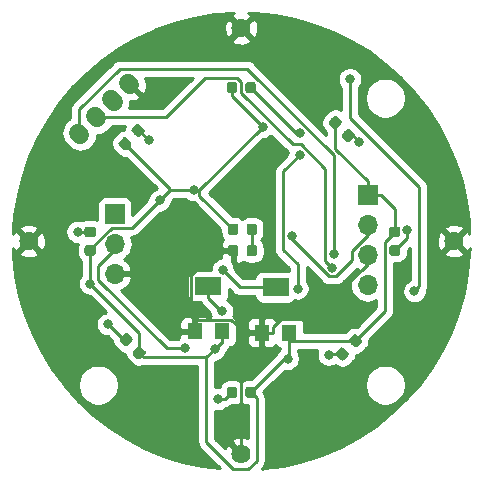
<source format=gbl>
G04 #@! TF.GenerationSoftware,KiCad,Pcbnew,(5.1.2)-1*
G04 #@! TF.CreationDate,2021-01-06T23:16:40+09:00*
G04 #@! TF.ProjectId,ssl,73736c2e-6b69-4636-9164-5f7063625858,v1.3*
G04 #@! TF.SameCoordinates,Original*
G04 #@! TF.FileFunction,Copper,L2,Bot*
G04 #@! TF.FilePolarity,Positive*
%FSLAX46Y46*%
G04 Gerber Fmt 4.6, Leading zero omitted, Abs format (unit mm)*
G04 Created by KiCad (PCBNEW (5.1.2)-1) date 2021-01-06 23:16:40*
%MOMM*%
%LPD*%
G04 APERTURE LIST*
%ADD10R,1.297940X1.399540*%
%ADD11R,2.298700X1.498600*%
%ADD12C,1.625000*%
%ADD13O,1.700000X1.700000*%
%ADD14R,1.700000X1.700000*%
%ADD15C,1.524000*%
%ADD16C,1.524000*%
%ADD17C,0.100000*%
%ADD18C,0.875000*%
%ADD19C,0.800000*%
%ADD20C,0.250000*%
%ADD21C,0.254000*%
G04 APERTURE END LIST*
D10*
X98348080Y-107649780D03*
D11*
X97200000Y-103801680D03*
D10*
X96051920Y-107649780D03*
D12*
X82000000Y-100000000D03*
X100000000Y-118000000D03*
X118000000Y-100000000D03*
X100000000Y-82000000D03*
D13*
X110700000Y-103720000D03*
X110700000Y-101180000D03*
X110700000Y-98640000D03*
D14*
X110700000Y-96100000D03*
D13*
X89300000Y-102780000D03*
X89300000Y-100240000D03*
D14*
X89300000Y-97700000D03*
D15*
X90514241Y-86685759D03*
D16*
X90416660Y-86588178D02*
X90611822Y-86783340D01*
D15*
X89100027Y-88099973D03*
D16*
X89002446Y-88002392D02*
X89197608Y-88197554D01*
D15*
X87685814Y-89514186D03*
D16*
X87588233Y-89416605D02*
X87783395Y-89611767D01*
D15*
X86271600Y-90928400D03*
D16*
X86174019Y-90830819D02*
X86369181Y-91025981D01*
D17*
G36*
X90138077Y-91203274D02*
G01*
X90159312Y-91206424D01*
X90180136Y-91211640D01*
X90200348Y-91218872D01*
X90219754Y-91228051D01*
X90238167Y-91239087D01*
X90255410Y-91251875D01*
X90271316Y-91266291D01*
X90633709Y-91628684D01*
X90648125Y-91644590D01*
X90660913Y-91661833D01*
X90671949Y-91680246D01*
X90681128Y-91699652D01*
X90688360Y-91719864D01*
X90693576Y-91740688D01*
X90696726Y-91761923D01*
X90697779Y-91783364D01*
X90696726Y-91804805D01*
X90693576Y-91826040D01*
X90688360Y-91846864D01*
X90681128Y-91867076D01*
X90671949Y-91886482D01*
X90660913Y-91904895D01*
X90648125Y-91922138D01*
X90633709Y-91938044D01*
X90324350Y-92247403D01*
X90308444Y-92261819D01*
X90291201Y-92274607D01*
X90272788Y-92285643D01*
X90253382Y-92294822D01*
X90233170Y-92302054D01*
X90212346Y-92307270D01*
X90191111Y-92310420D01*
X90169670Y-92311473D01*
X90148229Y-92310420D01*
X90126994Y-92307270D01*
X90106170Y-92302054D01*
X90085958Y-92294822D01*
X90066552Y-92285643D01*
X90048139Y-92274607D01*
X90030896Y-92261819D01*
X90014990Y-92247403D01*
X89652597Y-91885010D01*
X89638181Y-91869104D01*
X89625393Y-91851861D01*
X89614357Y-91833448D01*
X89605178Y-91814042D01*
X89597946Y-91793830D01*
X89592730Y-91773006D01*
X89589580Y-91751771D01*
X89588527Y-91730330D01*
X89589580Y-91708889D01*
X89592730Y-91687654D01*
X89597946Y-91666830D01*
X89605178Y-91646618D01*
X89614357Y-91627212D01*
X89625393Y-91608799D01*
X89638181Y-91591556D01*
X89652597Y-91575650D01*
X89961956Y-91266291D01*
X89977862Y-91251875D01*
X89995105Y-91239087D01*
X90013518Y-91228051D01*
X90032924Y-91218872D01*
X90053136Y-91211640D01*
X90073960Y-91206424D01*
X90095195Y-91203274D01*
X90116636Y-91202221D01*
X90138077Y-91203274D01*
X90138077Y-91203274D01*
G37*
D18*
X90143153Y-91756847D03*
D17*
G36*
X91251771Y-90089580D02*
G01*
X91273006Y-90092730D01*
X91293830Y-90097946D01*
X91314042Y-90105178D01*
X91333448Y-90114357D01*
X91351861Y-90125393D01*
X91369104Y-90138181D01*
X91385010Y-90152597D01*
X91747403Y-90514990D01*
X91761819Y-90530896D01*
X91774607Y-90548139D01*
X91785643Y-90566552D01*
X91794822Y-90585958D01*
X91802054Y-90606170D01*
X91807270Y-90626994D01*
X91810420Y-90648229D01*
X91811473Y-90669670D01*
X91810420Y-90691111D01*
X91807270Y-90712346D01*
X91802054Y-90733170D01*
X91794822Y-90753382D01*
X91785643Y-90772788D01*
X91774607Y-90791201D01*
X91761819Y-90808444D01*
X91747403Y-90824350D01*
X91438044Y-91133709D01*
X91422138Y-91148125D01*
X91404895Y-91160913D01*
X91386482Y-91171949D01*
X91367076Y-91181128D01*
X91346864Y-91188360D01*
X91326040Y-91193576D01*
X91304805Y-91196726D01*
X91283364Y-91197779D01*
X91261923Y-91196726D01*
X91240688Y-91193576D01*
X91219864Y-91188360D01*
X91199652Y-91181128D01*
X91180246Y-91171949D01*
X91161833Y-91160913D01*
X91144590Y-91148125D01*
X91128684Y-91133709D01*
X90766291Y-90771316D01*
X90751875Y-90755410D01*
X90739087Y-90738167D01*
X90728051Y-90719754D01*
X90718872Y-90700348D01*
X90711640Y-90680136D01*
X90706424Y-90659312D01*
X90703274Y-90638077D01*
X90702221Y-90616636D01*
X90703274Y-90595195D01*
X90706424Y-90573960D01*
X90711640Y-90553136D01*
X90718872Y-90532924D01*
X90728051Y-90513518D01*
X90739087Y-90495105D01*
X90751875Y-90477862D01*
X90766291Y-90461956D01*
X91075650Y-90152597D01*
X91091556Y-90138181D01*
X91108799Y-90125393D01*
X91127212Y-90114357D01*
X91146618Y-90105178D01*
X91166830Y-90097946D01*
X91187654Y-90092730D01*
X91208889Y-90089580D01*
X91230330Y-90088527D01*
X91251771Y-90089580D01*
X91251771Y-90089580D01*
G37*
D18*
X91256847Y-90643153D03*
D17*
G36*
X87477691Y-100351053D02*
G01*
X87498926Y-100354203D01*
X87519750Y-100359419D01*
X87539962Y-100366651D01*
X87559368Y-100375830D01*
X87577781Y-100386866D01*
X87595024Y-100399654D01*
X87610930Y-100414070D01*
X87625346Y-100429976D01*
X87638134Y-100447219D01*
X87649170Y-100465632D01*
X87658349Y-100485038D01*
X87665581Y-100505250D01*
X87670797Y-100526074D01*
X87673947Y-100547309D01*
X87675000Y-100568750D01*
X87675000Y-101006250D01*
X87673947Y-101027691D01*
X87670797Y-101048926D01*
X87665581Y-101069750D01*
X87658349Y-101089962D01*
X87649170Y-101109368D01*
X87638134Y-101127781D01*
X87625346Y-101145024D01*
X87610930Y-101160930D01*
X87595024Y-101175346D01*
X87577781Y-101188134D01*
X87559368Y-101199170D01*
X87539962Y-101208349D01*
X87519750Y-101215581D01*
X87498926Y-101220797D01*
X87477691Y-101223947D01*
X87456250Y-101225000D01*
X86943750Y-101225000D01*
X86922309Y-101223947D01*
X86901074Y-101220797D01*
X86880250Y-101215581D01*
X86860038Y-101208349D01*
X86840632Y-101199170D01*
X86822219Y-101188134D01*
X86804976Y-101175346D01*
X86789070Y-101160930D01*
X86774654Y-101145024D01*
X86761866Y-101127781D01*
X86750830Y-101109368D01*
X86741651Y-101089962D01*
X86734419Y-101069750D01*
X86729203Y-101048926D01*
X86726053Y-101027691D01*
X86725000Y-101006250D01*
X86725000Y-100568750D01*
X86726053Y-100547309D01*
X86729203Y-100526074D01*
X86734419Y-100505250D01*
X86741651Y-100485038D01*
X86750830Y-100465632D01*
X86761866Y-100447219D01*
X86774654Y-100429976D01*
X86789070Y-100414070D01*
X86804976Y-100399654D01*
X86822219Y-100386866D01*
X86840632Y-100375830D01*
X86860038Y-100366651D01*
X86880250Y-100359419D01*
X86901074Y-100354203D01*
X86922309Y-100351053D01*
X86943750Y-100350000D01*
X87456250Y-100350000D01*
X87477691Y-100351053D01*
X87477691Y-100351053D01*
G37*
D18*
X87200000Y-100787500D03*
D17*
G36*
X87477691Y-98776053D02*
G01*
X87498926Y-98779203D01*
X87519750Y-98784419D01*
X87539962Y-98791651D01*
X87559368Y-98800830D01*
X87577781Y-98811866D01*
X87595024Y-98824654D01*
X87610930Y-98839070D01*
X87625346Y-98854976D01*
X87638134Y-98872219D01*
X87649170Y-98890632D01*
X87658349Y-98910038D01*
X87665581Y-98930250D01*
X87670797Y-98951074D01*
X87673947Y-98972309D01*
X87675000Y-98993750D01*
X87675000Y-99431250D01*
X87673947Y-99452691D01*
X87670797Y-99473926D01*
X87665581Y-99494750D01*
X87658349Y-99514962D01*
X87649170Y-99534368D01*
X87638134Y-99552781D01*
X87625346Y-99570024D01*
X87610930Y-99585930D01*
X87595024Y-99600346D01*
X87577781Y-99613134D01*
X87559368Y-99624170D01*
X87539962Y-99633349D01*
X87519750Y-99640581D01*
X87498926Y-99645797D01*
X87477691Y-99648947D01*
X87456250Y-99650000D01*
X86943750Y-99650000D01*
X86922309Y-99648947D01*
X86901074Y-99645797D01*
X86880250Y-99640581D01*
X86860038Y-99633349D01*
X86840632Y-99624170D01*
X86822219Y-99613134D01*
X86804976Y-99600346D01*
X86789070Y-99585930D01*
X86774654Y-99570024D01*
X86761866Y-99552781D01*
X86750830Y-99534368D01*
X86741651Y-99514962D01*
X86734419Y-99494750D01*
X86729203Y-99473926D01*
X86726053Y-99452691D01*
X86725000Y-99431250D01*
X86725000Y-98993750D01*
X86726053Y-98972309D01*
X86729203Y-98951074D01*
X86734419Y-98930250D01*
X86741651Y-98910038D01*
X86750830Y-98890632D01*
X86761866Y-98872219D01*
X86774654Y-98854976D01*
X86789070Y-98839070D01*
X86804976Y-98824654D01*
X86822219Y-98811866D01*
X86840632Y-98800830D01*
X86860038Y-98791651D01*
X86880250Y-98784419D01*
X86901074Y-98779203D01*
X86922309Y-98776053D01*
X86943750Y-98775000D01*
X87456250Y-98775000D01*
X87477691Y-98776053D01*
X87477691Y-98776053D01*
G37*
D18*
X87200000Y-99212500D03*
D17*
G36*
X91404805Y-108903274D02*
G01*
X91426040Y-108906424D01*
X91446864Y-108911640D01*
X91467076Y-108918872D01*
X91486482Y-108928051D01*
X91504895Y-108939087D01*
X91522138Y-108951875D01*
X91538044Y-108966291D01*
X91847403Y-109275650D01*
X91861819Y-109291556D01*
X91874607Y-109308799D01*
X91885643Y-109327212D01*
X91894822Y-109346618D01*
X91902054Y-109366830D01*
X91907270Y-109387654D01*
X91910420Y-109408889D01*
X91911473Y-109430330D01*
X91910420Y-109451771D01*
X91907270Y-109473006D01*
X91902054Y-109493830D01*
X91894822Y-109514042D01*
X91885643Y-109533448D01*
X91874607Y-109551861D01*
X91861819Y-109569104D01*
X91847403Y-109585010D01*
X91485010Y-109947403D01*
X91469104Y-109961819D01*
X91451861Y-109974607D01*
X91433448Y-109985643D01*
X91414042Y-109994822D01*
X91393830Y-110002054D01*
X91373006Y-110007270D01*
X91351771Y-110010420D01*
X91330330Y-110011473D01*
X91308889Y-110010420D01*
X91287654Y-110007270D01*
X91266830Y-110002054D01*
X91246618Y-109994822D01*
X91227212Y-109985643D01*
X91208799Y-109974607D01*
X91191556Y-109961819D01*
X91175650Y-109947403D01*
X90866291Y-109638044D01*
X90851875Y-109622138D01*
X90839087Y-109604895D01*
X90828051Y-109586482D01*
X90818872Y-109567076D01*
X90811640Y-109546864D01*
X90806424Y-109526040D01*
X90803274Y-109504805D01*
X90802221Y-109483364D01*
X90803274Y-109461923D01*
X90806424Y-109440688D01*
X90811640Y-109419864D01*
X90818872Y-109399652D01*
X90828051Y-109380246D01*
X90839087Y-109361833D01*
X90851875Y-109344590D01*
X90866291Y-109328684D01*
X91228684Y-108966291D01*
X91244590Y-108951875D01*
X91261833Y-108939087D01*
X91280246Y-108928051D01*
X91299652Y-108918872D01*
X91319864Y-108911640D01*
X91340688Y-108906424D01*
X91361923Y-108903274D01*
X91383364Y-108902221D01*
X91404805Y-108903274D01*
X91404805Y-108903274D01*
G37*
D18*
X91356847Y-109456847D03*
D17*
G36*
X90291111Y-107789580D02*
G01*
X90312346Y-107792730D01*
X90333170Y-107797946D01*
X90353382Y-107805178D01*
X90372788Y-107814357D01*
X90391201Y-107825393D01*
X90408444Y-107838181D01*
X90424350Y-107852597D01*
X90733709Y-108161956D01*
X90748125Y-108177862D01*
X90760913Y-108195105D01*
X90771949Y-108213518D01*
X90781128Y-108232924D01*
X90788360Y-108253136D01*
X90793576Y-108273960D01*
X90796726Y-108295195D01*
X90797779Y-108316636D01*
X90796726Y-108338077D01*
X90793576Y-108359312D01*
X90788360Y-108380136D01*
X90781128Y-108400348D01*
X90771949Y-108419754D01*
X90760913Y-108438167D01*
X90748125Y-108455410D01*
X90733709Y-108471316D01*
X90371316Y-108833709D01*
X90355410Y-108848125D01*
X90338167Y-108860913D01*
X90319754Y-108871949D01*
X90300348Y-108881128D01*
X90280136Y-108888360D01*
X90259312Y-108893576D01*
X90238077Y-108896726D01*
X90216636Y-108897779D01*
X90195195Y-108896726D01*
X90173960Y-108893576D01*
X90153136Y-108888360D01*
X90132924Y-108881128D01*
X90113518Y-108871949D01*
X90095105Y-108860913D01*
X90077862Y-108848125D01*
X90061956Y-108833709D01*
X89752597Y-108524350D01*
X89738181Y-108508444D01*
X89725393Y-108491201D01*
X89714357Y-108472788D01*
X89705178Y-108453382D01*
X89697946Y-108433170D01*
X89692730Y-108412346D01*
X89689580Y-108391111D01*
X89688527Y-108369670D01*
X89689580Y-108348229D01*
X89692730Y-108326994D01*
X89697946Y-108306170D01*
X89705178Y-108285958D01*
X89714357Y-108266552D01*
X89725393Y-108248139D01*
X89738181Y-108230896D01*
X89752597Y-108214990D01*
X90114990Y-107852597D01*
X90130896Y-107838181D01*
X90148139Y-107825393D01*
X90166552Y-107814357D01*
X90185958Y-107805178D01*
X90206170Y-107797946D01*
X90226994Y-107792730D01*
X90248229Y-107789580D01*
X90269670Y-107788527D01*
X90291111Y-107789580D01*
X90291111Y-107789580D01*
G37*
D18*
X90243153Y-108343153D03*
D17*
G36*
X101027691Y-112326053D02*
G01*
X101048926Y-112329203D01*
X101069750Y-112334419D01*
X101089962Y-112341651D01*
X101109368Y-112350830D01*
X101127781Y-112361866D01*
X101145024Y-112374654D01*
X101160930Y-112389070D01*
X101175346Y-112404976D01*
X101188134Y-112422219D01*
X101199170Y-112440632D01*
X101208349Y-112460038D01*
X101215581Y-112480250D01*
X101220797Y-112501074D01*
X101223947Y-112522309D01*
X101225000Y-112543750D01*
X101225000Y-113056250D01*
X101223947Y-113077691D01*
X101220797Y-113098926D01*
X101215581Y-113119750D01*
X101208349Y-113139962D01*
X101199170Y-113159368D01*
X101188134Y-113177781D01*
X101175346Y-113195024D01*
X101160930Y-113210930D01*
X101145024Y-113225346D01*
X101127781Y-113238134D01*
X101109368Y-113249170D01*
X101089962Y-113258349D01*
X101069750Y-113265581D01*
X101048926Y-113270797D01*
X101027691Y-113273947D01*
X101006250Y-113275000D01*
X100568750Y-113275000D01*
X100547309Y-113273947D01*
X100526074Y-113270797D01*
X100505250Y-113265581D01*
X100485038Y-113258349D01*
X100465632Y-113249170D01*
X100447219Y-113238134D01*
X100429976Y-113225346D01*
X100414070Y-113210930D01*
X100399654Y-113195024D01*
X100386866Y-113177781D01*
X100375830Y-113159368D01*
X100366651Y-113139962D01*
X100359419Y-113119750D01*
X100354203Y-113098926D01*
X100351053Y-113077691D01*
X100350000Y-113056250D01*
X100350000Y-112543750D01*
X100351053Y-112522309D01*
X100354203Y-112501074D01*
X100359419Y-112480250D01*
X100366651Y-112460038D01*
X100375830Y-112440632D01*
X100386866Y-112422219D01*
X100399654Y-112404976D01*
X100414070Y-112389070D01*
X100429976Y-112374654D01*
X100447219Y-112361866D01*
X100465632Y-112350830D01*
X100485038Y-112341651D01*
X100505250Y-112334419D01*
X100526074Y-112329203D01*
X100547309Y-112326053D01*
X100568750Y-112325000D01*
X101006250Y-112325000D01*
X101027691Y-112326053D01*
X101027691Y-112326053D01*
G37*
D18*
X100787500Y-112800000D03*
D17*
G36*
X99452691Y-112326053D02*
G01*
X99473926Y-112329203D01*
X99494750Y-112334419D01*
X99514962Y-112341651D01*
X99534368Y-112350830D01*
X99552781Y-112361866D01*
X99570024Y-112374654D01*
X99585930Y-112389070D01*
X99600346Y-112404976D01*
X99613134Y-112422219D01*
X99624170Y-112440632D01*
X99633349Y-112460038D01*
X99640581Y-112480250D01*
X99645797Y-112501074D01*
X99648947Y-112522309D01*
X99650000Y-112543750D01*
X99650000Y-113056250D01*
X99648947Y-113077691D01*
X99645797Y-113098926D01*
X99640581Y-113119750D01*
X99633349Y-113139962D01*
X99624170Y-113159368D01*
X99613134Y-113177781D01*
X99600346Y-113195024D01*
X99585930Y-113210930D01*
X99570024Y-113225346D01*
X99552781Y-113238134D01*
X99534368Y-113249170D01*
X99514962Y-113258349D01*
X99494750Y-113265581D01*
X99473926Y-113270797D01*
X99452691Y-113273947D01*
X99431250Y-113275000D01*
X98993750Y-113275000D01*
X98972309Y-113273947D01*
X98951074Y-113270797D01*
X98930250Y-113265581D01*
X98910038Y-113258349D01*
X98890632Y-113249170D01*
X98872219Y-113238134D01*
X98854976Y-113225346D01*
X98839070Y-113210930D01*
X98824654Y-113195024D01*
X98811866Y-113177781D01*
X98800830Y-113159368D01*
X98791651Y-113139962D01*
X98784419Y-113119750D01*
X98779203Y-113098926D01*
X98776053Y-113077691D01*
X98775000Y-113056250D01*
X98775000Y-112543750D01*
X98776053Y-112522309D01*
X98779203Y-112501074D01*
X98784419Y-112480250D01*
X98791651Y-112460038D01*
X98800830Y-112440632D01*
X98811866Y-112422219D01*
X98824654Y-112404976D01*
X98839070Y-112389070D01*
X98854976Y-112374654D01*
X98872219Y-112361866D01*
X98890632Y-112350830D01*
X98910038Y-112341651D01*
X98930250Y-112334419D01*
X98951074Y-112329203D01*
X98972309Y-112326053D01*
X98993750Y-112325000D01*
X99431250Y-112325000D01*
X99452691Y-112326053D01*
X99452691Y-112326053D01*
G37*
D18*
X99212500Y-112800000D03*
D17*
G36*
X109651771Y-107889580D02*
G01*
X109673006Y-107892730D01*
X109693830Y-107897946D01*
X109714042Y-107905178D01*
X109733448Y-107914357D01*
X109751861Y-107925393D01*
X109769104Y-107938181D01*
X109785010Y-107952597D01*
X110147403Y-108314990D01*
X110161819Y-108330896D01*
X110174607Y-108348139D01*
X110185643Y-108366552D01*
X110194822Y-108385958D01*
X110202054Y-108406170D01*
X110207270Y-108426994D01*
X110210420Y-108448229D01*
X110211473Y-108469670D01*
X110210420Y-108491111D01*
X110207270Y-108512346D01*
X110202054Y-108533170D01*
X110194822Y-108553382D01*
X110185643Y-108572788D01*
X110174607Y-108591201D01*
X110161819Y-108608444D01*
X110147403Y-108624350D01*
X109838044Y-108933709D01*
X109822138Y-108948125D01*
X109804895Y-108960913D01*
X109786482Y-108971949D01*
X109767076Y-108981128D01*
X109746864Y-108988360D01*
X109726040Y-108993576D01*
X109704805Y-108996726D01*
X109683364Y-108997779D01*
X109661923Y-108996726D01*
X109640688Y-108993576D01*
X109619864Y-108988360D01*
X109599652Y-108981128D01*
X109580246Y-108971949D01*
X109561833Y-108960913D01*
X109544590Y-108948125D01*
X109528684Y-108933709D01*
X109166291Y-108571316D01*
X109151875Y-108555410D01*
X109139087Y-108538167D01*
X109128051Y-108519754D01*
X109118872Y-108500348D01*
X109111640Y-108480136D01*
X109106424Y-108459312D01*
X109103274Y-108438077D01*
X109102221Y-108416636D01*
X109103274Y-108395195D01*
X109106424Y-108373960D01*
X109111640Y-108353136D01*
X109118872Y-108332924D01*
X109128051Y-108313518D01*
X109139087Y-108295105D01*
X109151875Y-108277862D01*
X109166291Y-108261956D01*
X109475650Y-107952597D01*
X109491556Y-107938181D01*
X109508799Y-107925393D01*
X109527212Y-107914357D01*
X109546618Y-107905178D01*
X109566830Y-107897946D01*
X109587654Y-107892730D01*
X109608889Y-107889580D01*
X109630330Y-107888527D01*
X109651771Y-107889580D01*
X109651771Y-107889580D01*
G37*
D18*
X109656847Y-108443153D03*
D17*
G36*
X108538077Y-109003274D02*
G01*
X108559312Y-109006424D01*
X108580136Y-109011640D01*
X108600348Y-109018872D01*
X108619754Y-109028051D01*
X108638167Y-109039087D01*
X108655410Y-109051875D01*
X108671316Y-109066291D01*
X109033709Y-109428684D01*
X109048125Y-109444590D01*
X109060913Y-109461833D01*
X109071949Y-109480246D01*
X109081128Y-109499652D01*
X109088360Y-109519864D01*
X109093576Y-109540688D01*
X109096726Y-109561923D01*
X109097779Y-109583364D01*
X109096726Y-109604805D01*
X109093576Y-109626040D01*
X109088360Y-109646864D01*
X109081128Y-109667076D01*
X109071949Y-109686482D01*
X109060913Y-109704895D01*
X109048125Y-109722138D01*
X109033709Y-109738044D01*
X108724350Y-110047403D01*
X108708444Y-110061819D01*
X108691201Y-110074607D01*
X108672788Y-110085643D01*
X108653382Y-110094822D01*
X108633170Y-110102054D01*
X108612346Y-110107270D01*
X108591111Y-110110420D01*
X108569670Y-110111473D01*
X108548229Y-110110420D01*
X108526994Y-110107270D01*
X108506170Y-110102054D01*
X108485958Y-110094822D01*
X108466552Y-110085643D01*
X108448139Y-110074607D01*
X108430896Y-110061819D01*
X108414990Y-110047403D01*
X108052597Y-109685010D01*
X108038181Y-109669104D01*
X108025393Y-109651861D01*
X108014357Y-109633448D01*
X108005178Y-109614042D01*
X107997946Y-109593830D01*
X107992730Y-109573006D01*
X107989580Y-109551771D01*
X107988527Y-109530330D01*
X107989580Y-109508889D01*
X107992730Y-109487654D01*
X107997946Y-109466830D01*
X108005178Y-109446618D01*
X108014357Y-109427212D01*
X108025393Y-109408799D01*
X108038181Y-109391556D01*
X108052597Y-109375650D01*
X108361956Y-109066291D01*
X108377862Y-109051875D01*
X108395105Y-109039087D01*
X108413518Y-109028051D01*
X108432924Y-109018872D01*
X108453136Y-109011640D01*
X108473960Y-109006424D01*
X108495195Y-109003274D01*
X108516636Y-109002221D01*
X108538077Y-109003274D01*
X108538077Y-109003274D01*
G37*
D18*
X108543153Y-109556847D03*
D17*
G36*
X113277691Y-98776053D02*
G01*
X113298926Y-98779203D01*
X113319750Y-98784419D01*
X113339962Y-98791651D01*
X113359368Y-98800830D01*
X113377781Y-98811866D01*
X113395024Y-98824654D01*
X113410930Y-98839070D01*
X113425346Y-98854976D01*
X113438134Y-98872219D01*
X113449170Y-98890632D01*
X113458349Y-98910038D01*
X113465581Y-98930250D01*
X113470797Y-98951074D01*
X113473947Y-98972309D01*
X113475000Y-98993750D01*
X113475000Y-99431250D01*
X113473947Y-99452691D01*
X113470797Y-99473926D01*
X113465581Y-99494750D01*
X113458349Y-99514962D01*
X113449170Y-99534368D01*
X113438134Y-99552781D01*
X113425346Y-99570024D01*
X113410930Y-99585930D01*
X113395024Y-99600346D01*
X113377781Y-99613134D01*
X113359368Y-99624170D01*
X113339962Y-99633349D01*
X113319750Y-99640581D01*
X113298926Y-99645797D01*
X113277691Y-99648947D01*
X113256250Y-99650000D01*
X112743750Y-99650000D01*
X112722309Y-99648947D01*
X112701074Y-99645797D01*
X112680250Y-99640581D01*
X112660038Y-99633349D01*
X112640632Y-99624170D01*
X112622219Y-99613134D01*
X112604976Y-99600346D01*
X112589070Y-99585930D01*
X112574654Y-99570024D01*
X112561866Y-99552781D01*
X112550830Y-99534368D01*
X112541651Y-99514962D01*
X112534419Y-99494750D01*
X112529203Y-99473926D01*
X112526053Y-99452691D01*
X112525000Y-99431250D01*
X112525000Y-98993750D01*
X112526053Y-98972309D01*
X112529203Y-98951074D01*
X112534419Y-98930250D01*
X112541651Y-98910038D01*
X112550830Y-98890632D01*
X112561866Y-98872219D01*
X112574654Y-98854976D01*
X112589070Y-98839070D01*
X112604976Y-98824654D01*
X112622219Y-98811866D01*
X112640632Y-98800830D01*
X112660038Y-98791651D01*
X112680250Y-98784419D01*
X112701074Y-98779203D01*
X112722309Y-98776053D01*
X112743750Y-98775000D01*
X113256250Y-98775000D01*
X113277691Y-98776053D01*
X113277691Y-98776053D01*
G37*
D18*
X113000000Y-99212500D03*
D17*
G36*
X113277691Y-100351053D02*
G01*
X113298926Y-100354203D01*
X113319750Y-100359419D01*
X113339962Y-100366651D01*
X113359368Y-100375830D01*
X113377781Y-100386866D01*
X113395024Y-100399654D01*
X113410930Y-100414070D01*
X113425346Y-100429976D01*
X113438134Y-100447219D01*
X113449170Y-100465632D01*
X113458349Y-100485038D01*
X113465581Y-100505250D01*
X113470797Y-100526074D01*
X113473947Y-100547309D01*
X113475000Y-100568750D01*
X113475000Y-101006250D01*
X113473947Y-101027691D01*
X113470797Y-101048926D01*
X113465581Y-101069750D01*
X113458349Y-101089962D01*
X113449170Y-101109368D01*
X113438134Y-101127781D01*
X113425346Y-101145024D01*
X113410930Y-101160930D01*
X113395024Y-101175346D01*
X113377781Y-101188134D01*
X113359368Y-101199170D01*
X113339962Y-101208349D01*
X113319750Y-101215581D01*
X113298926Y-101220797D01*
X113277691Y-101223947D01*
X113256250Y-101225000D01*
X112743750Y-101225000D01*
X112722309Y-101223947D01*
X112701074Y-101220797D01*
X112680250Y-101215581D01*
X112660038Y-101208349D01*
X112640632Y-101199170D01*
X112622219Y-101188134D01*
X112604976Y-101175346D01*
X112589070Y-101160930D01*
X112574654Y-101145024D01*
X112561866Y-101127781D01*
X112550830Y-101109368D01*
X112541651Y-101089962D01*
X112534419Y-101069750D01*
X112529203Y-101048926D01*
X112526053Y-101027691D01*
X112525000Y-101006250D01*
X112525000Y-100568750D01*
X112526053Y-100547309D01*
X112529203Y-100526074D01*
X112534419Y-100505250D01*
X112541651Y-100485038D01*
X112550830Y-100465632D01*
X112561866Y-100447219D01*
X112574654Y-100429976D01*
X112589070Y-100414070D01*
X112604976Y-100399654D01*
X112622219Y-100386866D01*
X112640632Y-100375830D01*
X112660038Y-100366651D01*
X112680250Y-100359419D01*
X112701074Y-100354203D01*
X112722309Y-100351053D01*
X112743750Y-100350000D01*
X113256250Y-100350000D01*
X113277691Y-100351053D01*
X113277691Y-100351053D01*
G37*
D18*
X113000000Y-100787500D03*
D17*
G36*
X107991111Y-89389580D02*
G01*
X108012346Y-89392730D01*
X108033170Y-89397946D01*
X108053382Y-89405178D01*
X108072788Y-89414357D01*
X108091201Y-89425393D01*
X108108444Y-89438181D01*
X108124350Y-89452597D01*
X108433709Y-89761956D01*
X108448125Y-89777862D01*
X108460913Y-89795105D01*
X108471949Y-89813518D01*
X108481128Y-89832924D01*
X108488360Y-89853136D01*
X108493576Y-89873960D01*
X108496726Y-89895195D01*
X108497779Y-89916636D01*
X108496726Y-89938077D01*
X108493576Y-89959312D01*
X108488360Y-89980136D01*
X108481128Y-90000348D01*
X108471949Y-90019754D01*
X108460913Y-90038167D01*
X108448125Y-90055410D01*
X108433709Y-90071316D01*
X108071316Y-90433709D01*
X108055410Y-90448125D01*
X108038167Y-90460913D01*
X108019754Y-90471949D01*
X108000348Y-90481128D01*
X107980136Y-90488360D01*
X107959312Y-90493576D01*
X107938077Y-90496726D01*
X107916636Y-90497779D01*
X107895195Y-90496726D01*
X107873960Y-90493576D01*
X107853136Y-90488360D01*
X107832924Y-90481128D01*
X107813518Y-90471949D01*
X107795105Y-90460913D01*
X107777862Y-90448125D01*
X107761956Y-90433709D01*
X107452597Y-90124350D01*
X107438181Y-90108444D01*
X107425393Y-90091201D01*
X107414357Y-90072788D01*
X107405178Y-90053382D01*
X107397946Y-90033170D01*
X107392730Y-90012346D01*
X107389580Y-89991111D01*
X107388527Y-89969670D01*
X107389580Y-89948229D01*
X107392730Y-89926994D01*
X107397946Y-89906170D01*
X107405178Y-89885958D01*
X107414357Y-89866552D01*
X107425393Y-89848139D01*
X107438181Y-89830896D01*
X107452597Y-89814990D01*
X107814990Y-89452597D01*
X107830896Y-89438181D01*
X107848139Y-89425393D01*
X107866552Y-89414357D01*
X107885958Y-89405178D01*
X107906170Y-89397946D01*
X107926994Y-89392730D01*
X107948229Y-89389580D01*
X107969670Y-89388527D01*
X107991111Y-89389580D01*
X107991111Y-89389580D01*
G37*
D18*
X107943153Y-89943153D03*
D17*
G36*
X109104805Y-90503274D02*
G01*
X109126040Y-90506424D01*
X109146864Y-90511640D01*
X109167076Y-90518872D01*
X109186482Y-90528051D01*
X109204895Y-90539087D01*
X109222138Y-90551875D01*
X109238044Y-90566291D01*
X109547403Y-90875650D01*
X109561819Y-90891556D01*
X109574607Y-90908799D01*
X109585643Y-90927212D01*
X109594822Y-90946618D01*
X109602054Y-90966830D01*
X109607270Y-90987654D01*
X109610420Y-91008889D01*
X109611473Y-91030330D01*
X109610420Y-91051771D01*
X109607270Y-91073006D01*
X109602054Y-91093830D01*
X109594822Y-91114042D01*
X109585643Y-91133448D01*
X109574607Y-91151861D01*
X109561819Y-91169104D01*
X109547403Y-91185010D01*
X109185010Y-91547403D01*
X109169104Y-91561819D01*
X109151861Y-91574607D01*
X109133448Y-91585643D01*
X109114042Y-91594822D01*
X109093830Y-91602054D01*
X109073006Y-91607270D01*
X109051771Y-91610420D01*
X109030330Y-91611473D01*
X109008889Y-91610420D01*
X108987654Y-91607270D01*
X108966830Y-91602054D01*
X108946618Y-91594822D01*
X108927212Y-91585643D01*
X108908799Y-91574607D01*
X108891556Y-91561819D01*
X108875650Y-91547403D01*
X108566291Y-91238044D01*
X108551875Y-91222138D01*
X108539087Y-91204895D01*
X108528051Y-91186482D01*
X108518872Y-91167076D01*
X108511640Y-91146864D01*
X108506424Y-91126040D01*
X108503274Y-91104805D01*
X108502221Y-91083364D01*
X108503274Y-91061923D01*
X108506424Y-91040688D01*
X108511640Y-91019864D01*
X108518872Y-90999652D01*
X108528051Y-90980246D01*
X108539087Y-90961833D01*
X108551875Y-90944590D01*
X108566291Y-90928684D01*
X108928684Y-90566291D01*
X108944590Y-90551875D01*
X108961833Y-90539087D01*
X108980246Y-90528051D01*
X108999652Y-90518872D01*
X109019864Y-90511640D01*
X109040688Y-90506424D01*
X109061923Y-90503274D01*
X109083364Y-90502221D01*
X109104805Y-90503274D01*
X109104805Y-90503274D01*
G37*
D18*
X109056847Y-91056847D03*
D17*
G36*
X99452691Y-86526053D02*
G01*
X99473926Y-86529203D01*
X99494750Y-86534419D01*
X99514962Y-86541651D01*
X99534368Y-86550830D01*
X99552781Y-86561866D01*
X99570024Y-86574654D01*
X99585930Y-86589070D01*
X99600346Y-86604976D01*
X99613134Y-86622219D01*
X99624170Y-86640632D01*
X99633349Y-86660038D01*
X99640581Y-86680250D01*
X99645797Y-86701074D01*
X99648947Y-86722309D01*
X99650000Y-86743750D01*
X99650000Y-87256250D01*
X99648947Y-87277691D01*
X99645797Y-87298926D01*
X99640581Y-87319750D01*
X99633349Y-87339962D01*
X99624170Y-87359368D01*
X99613134Y-87377781D01*
X99600346Y-87395024D01*
X99585930Y-87410930D01*
X99570024Y-87425346D01*
X99552781Y-87438134D01*
X99534368Y-87449170D01*
X99514962Y-87458349D01*
X99494750Y-87465581D01*
X99473926Y-87470797D01*
X99452691Y-87473947D01*
X99431250Y-87475000D01*
X98993750Y-87475000D01*
X98972309Y-87473947D01*
X98951074Y-87470797D01*
X98930250Y-87465581D01*
X98910038Y-87458349D01*
X98890632Y-87449170D01*
X98872219Y-87438134D01*
X98854976Y-87425346D01*
X98839070Y-87410930D01*
X98824654Y-87395024D01*
X98811866Y-87377781D01*
X98800830Y-87359368D01*
X98791651Y-87339962D01*
X98784419Y-87319750D01*
X98779203Y-87298926D01*
X98776053Y-87277691D01*
X98775000Y-87256250D01*
X98775000Y-86743750D01*
X98776053Y-86722309D01*
X98779203Y-86701074D01*
X98784419Y-86680250D01*
X98791651Y-86660038D01*
X98800830Y-86640632D01*
X98811866Y-86622219D01*
X98824654Y-86604976D01*
X98839070Y-86589070D01*
X98854976Y-86574654D01*
X98872219Y-86561866D01*
X98890632Y-86550830D01*
X98910038Y-86541651D01*
X98930250Y-86534419D01*
X98951074Y-86529203D01*
X98972309Y-86526053D01*
X98993750Y-86525000D01*
X99431250Y-86525000D01*
X99452691Y-86526053D01*
X99452691Y-86526053D01*
G37*
D18*
X99212500Y-87000000D03*
D17*
G36*
X101027691Y-86526053D02*
G01*
X101048926Y-86529203D01*
X101069750Y-86534419D01*
X101089962Y-86541651D01*
X101109368Y-86550830D01*
X101127781Y-86561866D01*
X101145024Y-86574654D01*
X101160930Y-86589070D01*
X101175346Y-86604976D01*
X101188134Y-86622219D01*
X101199170Y-86640632D01*
X101208349Y-86660038D01*
X101215581Y-86680250D01*
X101220797Y-86701074D01*
X101223947Y-86722309D01*
X101225000Y-86743750D01*
X101225000Y-87256250D01*
X101223947Y-87277691D01*
X101220797Y-87298926D01*
X101215581Y-87319750D01*
X101208349Y-87339962D01*
X101199170Y-87359368D01*
X101188134Y-87377781D01*
X101175346Y-87395024D01*
X101160930Y-87410930D01*
X101145024Y-87425346D01*
X101127781Y-87438134D01*
X101109368Y-87449170D01*
X101089962Y-87458349D01*
X101069750Y-87465581D01*
X101048926Y-87470797D01*
X101027691Y-87473947D01*
X101006250Y-87475000D01*
X100568750Y-87475000D01*
X100547309Y-87473947D01*
X100526074Y-87470797D01*
X100505250Y-87465581D01*
X100485038Y-87458349D01*
X100465632Y-87449170D01*
X100447219Y-87438134D01*
X100429976Y-87425346D01*
X100414070Y-87410930D01*
X100399654Y-87395024D01*
X100386866Y-87377781D01*
X100375830Y-87359368D01*
X100366651Y-87339962D01*
X100359419Y-87319750D01*
X100354203Y-87298926D01*
X100351053Y-87277691D01*
X100350000Y-87256250D01*
X100350000Y-86743750D01*
X100351053Y-86722309D01*
X100354203Y-86701074D01*
X100359419Y-86680250D01*
X100366651Y-86660038D01*
X100375830Y-86640632D01*
X100386866Y-86622219D01*
X100399654Y-86604976D01*
X100414070Y-86589070D01*
X100429976Y-86574654D01*
X100447219Y-86561866D01*
X100465632Y-86550830D01*
X100485038Y-86541651D01*
X100505250Y-86534419D01*
X100526074Y-86529203D01*
X100547309Y-86526053D01*
X100568750Y-86525000D01*
X101006250Y-86525000D01*
X101027691Y-86526053D01*
X101027691Y-86526053D01*
G37*
D18*
X100787500Y-87000000D03*
D10*
X101751920Y-107747780D03*
D11*
X102900000Y-103899680D03*
D10*
X104048080Y-107747780D03*
D17*
G36*
X101127691Y-98526053D02*
G01*
X101148926Y-98529203D01*
X101169750Y-98534419D01*
X101189962Y-98541651D01*
X101209368Y-98550830D01*
X101227781Y-98561866D01*
X101245024Y-98574654D01*
X101260930Y-98589070D01*
X101275346Y-98604976D01*
X101288134Y-98622219D01*
X101299170Y-98640632D01*
X101308349Y-98660038D01*
X101315581Y-98680250D01*
X101320797Y-98701074D01*
X101323947Y-98722309D01*
X101325000Y-98743750D01*
X101325000Y-99256250D01*
X101323947Y-99277691D01*
X101320797Y-99298926D01*
X101315581Y-99319750D01*
X101308349Y-99339962D01*
X101299170Y-99359368D01*
X101288134Y-99377781D01*
X101275346Y-99395024D01*
X101260930Y-99410930D01*
X101245024Y-99425346D01*
X101227781Y-99438134D01*
X101209368Y-99449170D01*
X101189962Y-99458349D01*
X101169750Y-99465581D01*
X101148926Y-99470797D01*
X101127691Y-99473947D01*
X101106250Y-99475000D01*
X100668750Y-99475000D01*
X100647309Y-99473947D01*
X100626074Y-99470797D01*
X100605250Y-99465581D01*
X100585038Y-99458349D01*
X100565632Y-99449170D01*
X100547219Y-99438134D01*
X100529976Y-99425346D01*
X100514070Y-99410930D01*
X100499654Y-99395024D01*
X100486866Y-99377781D01*
X100475830Y-99359368D01*
X100466651Y-99339962D01*
X100459419Y-99319750D01*
X100454203Y-99298926D01*
X100451053Y-99277691D01*
X100450000Y-99256250D01*
X100450000Y-98743750D01*
X100451053Y-98722309D01*
X100454203Y-98701074D01*
X100459419Y-98680250D01*
X100466651Y-98660038D01*
X100475830Y-98640632D01*
X100486866Y-98622219D01*
X100499654Y-98604976D01*
X100514070Y-98589070D01*
X100529976Y-98574654D01*
X100547219Y-98561866D01*
X100565632Y-98550830D01*
X100585038Y-98541651D01*
X100605250Y-98534419D01*
X100626074Y-98529203D01*
X100647309Y-98526053D01*
X100668750Y-98525000D01*
X101106250Y-98525000D01*
X101127691Y-98526053D01*
X101127691Y-98526053D01*
G37*
D18*
X100887500Y-99000000D03*
D17*
G36*
X99552691Y-98526053D02*
G01*
X99573926Y-98529203D01*
X99594750Y-98534419D01*
X99614962Y-98541651D01*
X99634368Y-98550830D01*
X99652781Y-98561866D01*
X99670024Y-98574654D01*
X99685930Y-98589070D01*
X99700346Y-98604976D01*
X99713134Y-98622219D01*
X99724170Y-98640632D01*
X99733349Y-98660038D01*
X99740581Y-98680250D01*
X99745797Y-98701074D01*
X99748947Y-98722309D01*
X99750000Y-98743750D01*
X99750000Y-99256250D01*
X99748947Y-99277691D01*
X99745797Y-99298926D01*
X99740581Y-99319750D01*
X99733349Y-99339962D01*
X99724170Y-99359368D01*
X99713134Y-99377781D01*
X99700346Y-99395024D01*
X99685930Y-99410930D01*
X99670024Y-99425346D01*
X99652781Y-99438134D01*
X99634368Y-99449170D01*
X99614962Y-99458349D01*
X99594750Y-99465581D01*
X99573926Y-99470797D01*
X99552691Y-99473947D01*
X99531250Y-99475000D01*
X99093750Y-99475000D01*
X99072309Y-99473947D01*
X99051074Y-99470797D01*
X99030250Y-99465581D01*
X99010038Y-99458349D01*
X98990632Y-99449170D01*
X98972219Y-99438134D01*
X98954976Y-99425346D01*
X98939070Y-99410930D01*
X98924654Y-99395024D01*
X98911866Y-99377781D01*
X98900830Y-99359368D01*
X98891651Y-99339962D01*
X98884419Y-99319750D01*
X98879203Y-99298926D01*
X98876053Y-99277691D01*
X98875000Y-99256250D01*
X98875000Y-98743750D01*
X98876053Y-98722309D01*
X98879203Y-98701074D01*
X98884419Y-98680250D01*
X98891651Y-98660038D01*
X98900830Y-98640632D01*
X98911866Y-98622219D01*
X98924654Y-98604976D01*
X98939070Y-98589070D01*
X98954976Y-98574654D01*
X98972219Y-98561866D01*
X98990632Y-98550830D01*
X99010038Y-98541651D01*
X99030250Y-98534419D01*
X99051074Y-98529203D01*
X99072309Y-98526053D01*
X99093750Y-98525000D01*
X99531250Y-98525000D01*
X99552691Y-98526053D01*
X99552691Y-98526053D01*
G37*
D18*
X99312500Y-99000000D03*
D17*
G36*
X99564691Y-100326053D02*
G01*
X99585926Y-100329203D01*
X99606750Y-100334419D01*
X99626962Y-100341651D01*
X99646368Y-100350830D01*
X99664781Y-100361866D01*
X99682024Y-100374654D01*
X99697930Y-100389070D01*
X99712346Y-100404976D01*
X99725134Y-100422219D01*
X99736170Y-100440632D01*
X99745349Y-100460038D01*
X99752581Y-100480250D01*
X99757797Y-100501074D01*
X99760947Y-100522309D01*
X99762000Y-100543750D01*
X99762000Y-101056250D01*
X99760947Y-101077691D01*
X99757797Y-101098926D01*
X99752581Y-101119750D01*
X99745349Y-101139962D01*
X99736170Y-101159368D01*
X99725134Y-101177781D01*
X99712346Y-101195024D01*
X99697930Y-101210930D01*
X99682024Y-101225346D01*
X99664781Y-101238134D01*
X99646368Y-101249170D01*
X99626962Y-101258349D01*
X99606750Y-101265581D01*
X99585926Y-101270797D01*
X99564691Y-101273947D01*
X99543250Y-101275000D01*
X99105750Y-101275000D01*
X99084309Y-101273947D01*
X99063074Y-101270797D01*
X99042250Y-101265581D01*
X99022038Y-101258349D01*
X99002632Y-101249170D01*
X98984219Y-101238134D01*
X98966976Y-101225346D01*
X98951070Y-101210930D01*
X98936654Y-101195024D01*
X98923866Y-101177781D01*
X98912830Y-101159368D01*
X98903651Y-101139962D01*
X98896419Y-101119750D01*
X98891203Y-101098926D01*
X98888053Y-101077691D01*
X98887000Y-101056250D01*
X98887000Y-100543750D01*
X98888053Y-100522309D01*
X98891203Y-100501074D01*
X98896419Y-100480250D01*
X98903651Y-100460038D01*
X98912830Y-100440632D01*
X98923866Y-100422219D01*
X98936654Y-100404976D01*
X98951070Y-100389070D01*
X98966976Y-100374654D01*
X98984219Y-100361866D01*
X99002632Y-100350830D01*
X99022038Y-100341651D01*
X99042250Y-100334419D01*
X99063074Y-100329203D01*
X99084309Y-100326053D01*
X99105750Y-100325000D01*
X99543250Y-100325000D01*
X99564691Y-100326053D01*
X99564691Y-100326053D01*
G37*
D18*
X99324500Y-100800000D03*
D17*
G36*
X101139691Y-100326053D02*
G01*
X101160926Y-100329203D01*
X101181750Y-100334419D01*
X101201962Y-100341651D01*
X101221368Y-100350830D01*
X101239781Y-100361866D01*
X101257024Y-100374654D01*
X101272930Y-100389070D01*
X101287346Y-100404976D01*
X101300134Y-100422219D01*
X101311170Y-100440632D01*
X101320349Y-100460038D01*
X101327581Y-100480250D01*
X101332797Y-100501074D01*
X101335947Y-100522309D01*
X101337000Y-100543750D01*
X101337000Y-101056250D01*
X101335947Y-101077691D01*
X101332797Y-101098926D01*
X101327581Y-101119750D01*
X101320349Y-101139962D01*
X101311170Y-101159368D01*
X101300134Y-101177781D01*
X101287346Y-101195024D01*
X101272930Y-101210930D01*
X101257024Y-101225346D01*
X101239781Y-101238134D01*
X101221368Y-101249170D01*
X101201962Y-101258349D01*
X101181750Y-101265581D01*
X101160926Y-101270797D01*
X101139691Y-101273947D01*
X101118250Y-101275000D01*
X100680750Y-101275000D01*
X100659309Y-101273947D01*
X100638074Y-101270797D01*
X100617250Y-101265581D01*
X100597038Y-101258349D01*
X100577632Y-101249170D01*
X100559219Y-101238134D01*
X100541976Y-101225346D01*
X100526070Y-101210930D01*
X100511654Y-101195024D01*
X100498866Y-101177781D01*
X100487830Y-101159368D01*
X100478651Y-101139962D01*
X100471419Y-101119750D01*
X100466203Y-101098926D01*
X100463053Y-101077691D01*
X100462000Y-101056250D01*
X100462000Y-100543750D01*
X100463053Y-100522309D01*
X100466203Y-100501074D01*
X100471419Y-100480250D01*
X100478651Y-100460038D01*
X100487830Y-100440632D01*
X100498866Y-100422219D01*
X100511654Y-100404976D01*
X100526070Y-100389070D01*
X100541976Y-100374654D01*
X100559219Y-100361866D01*
X100577632Y-100350830D01*
X100597038Y-100341651D01*
X100617250Y-100334419D01*
X100638074Y-100329203D01*
X100659309Y-100326053D01*
X100680750Y-100325000D01*
X101118250Y-100325000D01*
X101139691Y-100326053D01*
X101139691Y-100326053D01*
G37*
D18*
X100899500Y-100800000D03*
D19*
X93082600Y-96555600D03*
X101803400Y-90335300D03*
X97733200Y-109167100D03*
X95982200Y-95682800D03*
X87200000Y-103600100D03*
X103929700Y-109970400D03*
X104936700Y-90861800D03*
X109977200Y-91586000D03*
X114057700Y-99066300D03*
X107407000Y-109622700D03*
X98044500Y-113368900D03*
X88734400Y-107042100D03*
X86143300Y-99212500D03*
X92169400Y-91461800D03*
X107705900Y-102273000D03*
X107861100Y-101089600D03*
X95264100Y-109088000D03*
X104287900Y-99543400D03*
X104765100Y-104015100D03*
X104932100Y-92710100D03*
X93140500Y-102868100D03*
X98429400Y-102462500D03*
X98350000Y-105939000D03*
X114656700Y-104240700D03*
X109200000Y-86300000D03*
D20*
X109656800Y-108443200D02*
X112168700Y-105931300D01*
X112168700Y-105931300D02*
X112168700Y-100043800D01*
X112168700Y-100043800D02*
X113000000Y-99212500D01*
X104048100Y-108467500D02*
X109632500Y-108467500D01*
X109632500Y-108467500D02*
X109656800Y-108443200D01*
X93955400Y-95682800D02*
X93082600Y-96555600D01*
X95982200Y-95682800D02*
X93955400Y-95682800D01*
X93955400Y-95682800D02*
X93955400Y-95569000D01*
X93955400Y-95569000D02*
X90143200Y-91756800D01*
X96455900Y-95682800D02*
X95982200Y-95682800D01*
X93082600Y-96555600D02*
X90782800Y-98855400D01*
X90782800Y-98855400D02*
X89044500Y-98855400D01*
X89044500Y-98855400D02*
X87200100Y-100699800D01*
X87200100Y-100699800D02*
X87200100Y-100787500D01*
X87200100Y-100787500D02*
X87200000Y-100787500D01*
X97048700Y-109851600D02*
X97733200Y-109167100D01*
X91356800Y-109456800D02*
X91751600Y-109851600D01*
X91751600Y-109851600D02*
X97048700Y-109851600D01*
X87200000Y-103600100D02*
X91356800Y-107756900D01*
X91356800Y-107756900D02*
X91356800Y-109456800D01*
X96455900Y-95682800D02*
X101803400Y-90335300D01*
X99312500Y-99000000D02*
X96455900Y-96143400D01*
X96455900Y-96143400D02*
X96455900Y-95682800D01*
X103929700Y-109970400D02*
X103617100Y-109970400D01*
X103617100Y-109970400D02*
X100787500Y-112800000D01*
X104048100Y-108645300D02*
X104048100Y-109852000D01*
X104048100Y-109852000D02*
X103929700Y-109970400D01*
X99212500Y-87000000D02*
X99212500Y-87744400D01*
X99212500Y-87744400D02*
X101803400Y-90335300D01*
X98348100Y-107649800D02*
X98348100Y-108654900D01*
X97733200Y-109167100D02*
X98245400Y-108654900D01*
X98245400Y-108654900D02*
X98348100Y-108654900D01*
X87200000Y-100787500D02*
X87200000Y-103600100D01*
X110700000Y-94944700D02*
X107943200Y-92187900D01*
X107943200Y-92187900D02*
X107943200Y-89943200D01*
X104048100Y-108467500D02*
X104048100Y-108645300D01*
X104048100Y-107747800D02*
X104048100Y-108467500D01*
X113000000Y-99212500D02*
X113000000Y-97244700D01*
X113000000Y-97244700D02*
X111855300Y-96100000D01*
X110700000Y-96100000D02*
X111855300Y-96100000D01*
X110700000Y-96100000D02*
X110700000Y-94944700D01*
X101300000Y-113312500D02*
X100787500Y-112800000D01*
X101300000Y-118600000D02*
X101300000Y-113312500D01*
X100600000Y-119300000D02*
X101300000Y-118600000D01*
X99300000Y-119300000D02*
X100600000Y-119300000D01*
X97048700Y-109851600D02*
X97048700Y-117048700D01*
X97048700Y-117048700D02*
X99300000Y-119300000D01*
X100787500Y-87000000D02*
X104649300Y-90861800D01*
X104649300Y-90861800D02*
X104936700Y-90861800D01*
X109056800Y-91056800D02*
X109448000Y-91056800D01*
X109448000Y-91056800D02*
X109977200Y-91586000D01*
X113000000Y-100787500D02*
X114057700Y-99729800D01*
X114057700Y-99729800D02*
X114057700Y-99066300D01*
X108543200Y-109556800D02*
X107472900Y-109556800D01*
X107472900Y-109556800D02*
X107407000Y-109622700D01*
X99212500Y-112800000D02*
X98643600Y-113368900D01*
X98643600Y-113368900D02*
X98044500Y-113368900D01*
X90243200Y-108343200D02*
X90035500Y-108343200D01*
X90035500Y-108343200D02*
X88734400Y-107042100D01*
X87200000Y-99212500D02*
X86143300Y-99212500D01*
X91256800Y-90643200D02*
X91350800Y-90643200D01*
X91350800Y-90643200D02*
X92169400Y-91461800D01*
X87685800Y-89514200D02*
X93612900Y-89514200D01*
X93612900Y-89514200D02*
X96924200Y-86202900D01*
X96924200Y-86202900D02*
X99635100Y-86202900D01*
X99635100Y-86202900D02*
X100000000Y-86567800D01*
X100000000Y-86567800D02*
X100000000Y-87446500D01*
X100000000Y-87446500D02*
X104339400Y-91785900D01*
X104339400Y-91785900D02*
X105028400Y-91785900D01*
X105028400Y-91785900D02*
X107097300Y-93854800D01*
X107097300Y-93854800D02*
X107097300Y-101664400D01*
X107097300Y-101664400D02*
X107705900Y-102273000D01*
X107861100Y-92746000D02*
X107861100Y-101089600D01*
X100515100Y-85400000D02*
X107861100Y-92746000D01*
X89700000Y-85400000D02*
X100515100Y-85400000D01*
X86271600Y-90928400D02*
X86271600Y-88828400D01*
X86271600Y-88828400D02*
X89700000Y-85400000D01*
X93688000Y-109088000D02*
X95264100Y-109088000D01*
X87900000Y-103300000D02*
X93688000Y-109088000D01*
X87900000Y-102100000D02*
X87900000Y-103300000D01*
X89300000Y-100240000D02*
X89300000Y-100700000D01*
X89300000Y-100700000D02*
X87900000Y-102100000D01*
X110700000Y-99506400D02*
X110700000Y-98640000D01*
X104287900Y-99852400D02*
X107413800Y-102978300D01*
X107413800Y-102978300D02*
X108031000Y-102978300D01*
X108031000Y-102978300D02*
X109366400Y-101642900D01*
X109366400Y-101642900D02*
X109366400Y-100840000D01*
X104287900Y-99543400D02*
X104287900Y-99852400D01*
X109366400Y-100840000D02*
X110700000Y-99506400D01*
X104932100Y-92710100D02*
X103550800Y-94091400D01*
X103550800Y-94091400D02*
X103550800Y-100743000D01*
X103550800Y-100743000D02*
X104765100Y-101957300D01*
X104765100Y-101957300D02*
X104765100Y-104015100D01*
X95745200Y-102901300D02*
X95745200Y-106338000D01*
X95745200Y-106338000D02*
X96051900Y-106644700D01*
X99324500Y-100800000D02*
X97846500Y-100800000D01*
X97846500Y-100800000D02*
X95745200Y-102901300D01*
X93140500Y-102868100D02*
X95712000Y-102868100D01*
X95712000Y-102868100D02*
X95745200Y-102901300D01*
X90455300Y-102780000D02*
X90543400Y-102868100D01*
X90543400Y-102868100D02*
X93140500Y-102868100D01*
X100000000Y-107747800D02*
X100000000Y-107476900D01*
X100000000Y-107476900D02*
X99167800Y-106644700D01*
X99167800Y-106644700D02*
X96051900Y-106644700D01*
X100000000Y-118000000D02*
X100000000Y-107747800D01*
X96051900Y-107649800D02*
X96051900Y-106644700D01*
X89300000Y-102780000D02*
X90455300Y-102780000D01*
X100797600Y-107747800D02*
X100000000Y-107747800D01*
X110700000Y-101907600D02*
X106026200Y-106581400D01*
X110700000Y-101180000D02*
X110700000Y-101907600D01*
X106026200Y-106581400D02*
X103395400Y-106581400D01*
X103395400Y-106581400D02*
X102706200Y-107270600D01*
X102706200Y-107270600D02*
X102706200Y-107747800D01*
X102706200Y-107747800D02*
X100797600Y-107747800D01*
X102900000Y-103899700D02*
X99866600Y-103899700D01*
X99866600Y-103899700D02*
X98429400Y-102462500D01*
X97200000Y-104856300D02*
X98282600Y-105938900D01*
X98282600Y-105938900D02*
X98350000Y-105938900D01*
X98350000Y-105938900D02*
X98350000Y-105939000D01*
X97200000Y-103801700D02*
X97200000Y-104856300D01*
X100899500Y-100800000D02*
X100887500Y-100788000D01*
X100887500Y-100788000D02*
X100887500Y-99000000D01*
X115056699Y-95430699D02*
X109200000Y-89574000D01*
X109200000Y-86865685D02*
X109200000Y-86300000D01*
X109200000Y-89574000D02*
X109200000Y-86865685D01*
X115056699Y-103840701D02*
X115056699Y-95430699D01*
X114656700Y-104240700D02*
X115056699Y-103840701D01*
D21*
G36*
X99420429Y-80669908D02*
G01*
X99379343Y-80684566D01*
X99251074Y-80753127D01*
X99177978Y-80998373D01*
X100000000Y-81820395D01*
X100822022Y-80998373D01*
X100748926Y-80753127D01*
X100606137Y-80685430D01*
X101113288Y-80692069D01*
X102825246Y-80867473D01*
X104514833Y-81194366D01*
X106168673Y-81670159D01*
X107773670Y-82291085D01*
X109317116Y-83052229D01*
X110786790Y-83947562D01*
X112171056Y-84969997D01*
X113458953Y-86111437D01*
X114640284Y-87362846D01*
X115705695Y-88714313D01*
X116646751Y-90155139D01*
X117455999Y-91673915D01*
X118127034Y-93258617D01*
X118654540Y-94896695D01*
X119034343Y-96575181D01*
X119263434Y-98280784D01*
X119312079Y-99373067D01*
X119246873Y-99251074D01*
X119001627Y-99177978D01*
X118179605Y-100000000D01*
X119001627Y-100822022D01*
X119246873Y-100748926D01*
X119324686Y-100584799D01*
X119313495Y-101012177D01*
X119147058Y-102725030D01*
X118829016Y-104416306D01*
X118361889Y-106072614D01*
X117749374Y-107680840D01*
X116996323Y-109228250D01*
X116108697Y-110702593D01*
X115093524Y-112092193D01*
X113958843Y-113386049D01*
X112713637Y-114573916D01*
X111367767Y-115646389D01*
X109931888Y-116594975D01*
X108417369Y-117412165D01*
X106836203Y-118091488D01*
X105200909Y-118627564D01*
X103524435Y-119016150D01*
X101820055Y-119254168D01*
X101715426Y-119259377D01*
X101811009Y-119163794D01*
X101840001Y-119140001D01*
X101863795Y-119111008D01*
X101863799Y-119111004D01*
X101934973Y-119024277D01*
X101934974Y-119024276D01*
X102005546Y-118892247D01*
X102049003Y-118748986D01*
X102060000Y-118637333D01*
X102060000Y-118637324D01*
X102063676Y-118600001D01*
X102060000Y-118562678D01*
X102060000Y-113349822D01*
X102063676Y-113312499D01*
X102060000Y-113275176D01*
X102060000Y-113275167D01*
X102049003Y-113163514D01*
X102005546Y-113020253D01*
X101934974Y-112888224D01*
X101910086Y-112857898D01*
X101863799Y-112801496D01*
X101863795Y-112801492D01*
X101863072Y-112800611D01*
X101863072Y-112799229D01*
X102633184Y-112029117D01*
X110465000Y-112029117D01*
X110465000Y-112370883D01*
X110531675Y-112706081D01*
X110662463Y-113021831D01*
X110852337Y-113305998D01*
X111094002Y-113547663D01*
X111378169Y-113737537D01*
X111693919Y-113868325D01*
X112029117Y-113935000D01*
X112370883Y-113935000D01*
X112706081Y-113868325D01*
X113021831Y-113737537D01*
X113305998Y-113547663D01*
X113547663Y-113305998D01*
X113737537Y-113021831D01*
X113868325Y-112706081D01*
X113935000Y-112370883D01*
X113935000Y-112029117D01*
X113868325Y-111693919D01*
X113737537Y-111378169D01*
X113547663Y-111094002D01*
X113305998Y-110852337D01*
X113021831Y-110662463D01*
X112706081Y-110531675D01*
X112370883Y-110465000D01*
X112029117Y-110465000D01*
X111693919Y-110531675D01*
X111378169Y-110662463D01*
X111094002Y-110852337D01*
X110852337Y-111094002D01*
X110662463Y-111378169D01*
X110531675Y-111693919D01*
X110465000Y-112029117D01*
X102633184Y-112029117D01*
X103685249Y-110977053D01*
X103827761Y-111005400D01*
X104031639Y-111005400D01*
X104231598Y-110965626D01*
X104419956Y-110887605D01*
X104589474Y-110774337D01*
X104733637Y-110630174D01*
X104846905Y-110460656D01*
X104924926Y-110272298D01*
X104964700Y-110072339D01*
X104964700Y-109868461D01*
X104924926Y-109668502D01*
X104846905Y-109480144D01*
X104808100Y-109422068D01*
X104808100Y-109227500D01*
X106450421Y-109227500D01*
X106411774Y-109320802D01*
X106372000Y-109520761D01*
X106372000Y-109724639D01*
X106411774Y-109924598D01*
X106489795Y-110112956D01*
X106603063Y-110282474D01*
X106747226Y-110426637D01*
X106916744Y-110539905D01*
X107105102Y-110617926D01*
X107305061Y-110657700D01*
X107508939Y-110657700D01*
X107708898Y-110617926D01*
X107897256Y-110539905D01*
X107961917Y-110496700D01*
X107963805Y-110498588D01*
X108093645Y-110605144D01*
X108241778Y-110684323D01*
X108402512Y-110733081D01*
X108569670Y-110749545D01*
X108736828Y-110733081D01*
X108897562Y-110684323D01*
X109045695Y-110605144D01*
X109175535Y-110498588D01*
X109484894Y-110189229D01*
X109591450Y-110059389D01*
X109670629Y-109911256D01*
X109719387Y-109750522D01*
X109731145Y-109631145D01*
X109850522Y-109619387D01*
X110011256Y-109570629D01*
X110159389Y-109491450D01*
X110289229Y-109384894D01*
X110598588Y-109075535D01*
X110705144Y-108945695D01*
X110784323Y-108797562D01*
X110833081Y-108636828D01*
X110849545Y-108469670D01*
X110836597Y-108338205D01*
X112679704Y-106495098D01*
X112708701Y-106471301D01*
X112735032Y-106439217D01*
X112803674Y-106355577D01*
X112874246Y-106223547D01*
X112915367Y-106087986D01*
X112917703Y-106080286D01*
X112928700Y-105968633D01*
X112928700Y-105968624D01*
X112932376Y-105931301D01*
X112928700Y-105893978D01*
X112928700Y-101863072D01*
X113256250Y-101863072D01*
X113423408Y-101846608D01*
X113584142Y-101797850D01*
X113732275Y-101718671D01*
X113862115Y-101612115D01*
X113968671Y-101482275D01*
X114047850Y-101334142D01*
X114096608Y-101173408D01*
X114113072Y-101006250D01*
X114113072Y-100749230D01*
X114296699Y-100565602D01*
X114296699Y-103269541D01*
X114166444Y-103323495D01*
X113996926Y-103436763D01*
X113852763Y-103580926D01*
X113739495Y-103750444D01*
X113661474Y-103938802D01*
X113621700Y-104138761D01*
X113621700Y-104342639D01*
X113661474Y-104542598D01*
X113739495Y-104730956D01*
X113852763Y-104900474D01*
X113996926Y-105044637D01*
X114166444Y-105157905D01*
X114354802Y-105235926D01*
X114554761Y-105275700D01*
X114758639Y-105275700D01*
X114958598Y-105235926D01*
X115146956Y-105157905D01*
X115316474Y-105044637D01*
X115460637Y-104900474D01*
X115573905Y-104730956D01*
X115651926Y-104542598D01*
X115691700Y-104342639D01*
X115691700Y-104264926D01*
X115762245Y-104132948D01*
X115805702Y-103989687D01*
X115816699Y-103878034D01*
X115816699Y-103878024D01*
X115820375Y-103840702D01*
X115816699Y-103803379D01*
X115816699Y-101001627D01*
X117177978Y-101001627D01*
X117251074Y-101246873D01*
X117508717Y-101369023D01*
X117785240Y-101438562D01*
X118070017Y-101452818D01*
X118352102Y-101411242D01*
X118620657Y-101315434D01*
X118748926Y-101246873D01*
X118822022Y-101001627D01*
X118000000Y-100179605D01*
X117177978Y-101001627D01*
X115816699Y-101001627D01*
X115816699Y-100070017D01*
X116547182Y-100070017D01*
X116588758Y-100352102D01*
X116684566Y-100620657D01*
X116753127Y-100748926D01*
X116998373Y-100822022D01*
X117820395Y-100000000D01*
X116998373Y-99177978D01*
X116753127Y-99251074D01*
X116630977Y-99508717D01*
X116561438Y-99785240D01*
X116547182Y-100070017D01*
X115816699Y-100070017D01*
X115816699Y-98998373D01*
X117177978Y-98998373D01*
X118000000Y-99820395D01*
X118822022Y-98998373D01*
X118748926Y-98753127D01*
X118491283Y-98630977D01*
X118214760Y-98561438D01*
X117929983Y-98547182D01*
X117647898Y-98588758D01*
X117379343Y-98684566D01*
X117251074Y-98753127D01*
X117177978Y-98998373D01*
X115816699Y-98998373D01*
X115816699Y-95468021D01*
X115820375Y-95430698D01*
X115816699Y-95393375D01*
X115816699Y-95393366D01*
X115805702Y-95281713D01*
X115762245Y-95138452D01*
X115724121Y-95067128D01*
X115691673Y-95006422D01*
X115620498Y-94919696D01*
X115596700Y-94890698D01*
X115567702Y-94866900D01*
X109960000Y-89259199D01*
X109960000Y-87729117D01*
X110465000Y-87729117D01*
X110465000Y-88070883D01*
X110531675Y-88406081D01*
X110662463Y-88721831D01*
X110852337Y-89005998D01*
X111094002Y-89247663D01*
X111378169Y-89437537D01*
X111693919Y-89568325D01*
X112029117Y-89635000D01*
X112370883Y-89635000D01*
X112706081Y-89568325D01*
X113021831Y-89437537D01*
X113305998Y-89247663D01*
X113547663Y-89005998D01*
X113737537Y-88721831D01*
X113868325Y-88406081D01*
X113935000Y-88070883D01*
X113935000Y-87729117D01*
X113868325Y-87393919D01*
X113737537Y-87078169D01*
X113547663Y-86794002D01*
X113305998Y-86552337D01*
X113021831Y-86362463D01*
X112706081Y-86231675D01*
X112370883Y-86165000D01*
X112029117Y-86165000D01*
X111693919Y-86231675D01*
X111378169Y-86362463D01*
X111094002Y-86552337D01*
X110852337Y-86794002D01*
X110662463Y-87078169D01*
X110531675Y-87393919D01*
X110465000Y-87729117D01*
X109960000Y-87729117D01*
X109960000Y-87003711D01*
X110003937Y-86959774D01*
X110117205Y-86790256D01*
X110195226Y-86601898D01*
X110235000Y-86401939D01*
X110235000Y-86198061D01*
X110195226Y-85998102D01*
X110117205Y-85809744D01*
X110003937Y-85640226D01*
X109859774Y-85496063D01*
X109690256Y-85382795D01*
X109501898Y-85304774D01*
X109301939Y-85265000D01*
X109098061Y-85265000D01*
X108898102Y-85304774D01*
X108709744Y-85382795D01*
X108540226Y-85496063D01*
X108396063Y-85640226D01*
X108282795Y-85809744D01*
X108204774Y-85998102D01*
X108165000Y-86198061D01*
X108165000Y-86401939D01*
X108204774Y-86601898D01*
X108282795Y-86790256D01*
X108396063Y-86959774D01*
X108440001Y-87003712D01*
X108440000Y-88891812D01*
X108297562Y-88815677D01*
X108136828Y-88766919D01*
X107969670Y-88750455D01*
X107802512Y-88766919D01*
X107641778Y-88815677D01*
X107493645Y-88894856D01*
X107363805Y-89001412D01*
X107001412Y-89363805D01*
X106894856Y-89493645D01*
X106815677Y-89641778D01*
X106766919Y-89802512D01*
X106750455Y-89969670D01*
X106766919Y-90136828D01*
X106815677Y-90297562D01*
X106894856Y-90445695D01*
X107001412Y-90575535D01*
X107183201Y-90757324D01*
X107183201Y-90993299D01*
X101078904Y-84889003D01*
X101055101Y-84859999D01*
X100939376Y-84765026D01*
X100807347Y-84694454D01*
X100664086Y-84650997D01*
X100552433Y-84640000D01*
X100552422Y-84640000D01*
X100515100Y-84636324D01*
X100477778Y-84640000D01*
X89737325Y-84640000D01*
X89700000Y-84636324D01*
X89662675Y-84640000D01*
X89662667Y-84640000D01*
X89551014Y-84650997D01*
X89407753Y-84694454D01*
X89275724Y-84765026D01*
X89159999Y-84859999D01*
X89136201Y-84888997D01*
X85760598Y-88264601D01*
X85731600Y-88288399D01*
X85707802Y-88317397D01*
X85707801Y-88317398D01*
X85636626Y-88404124D01*
X85566054Y-88536154D01*
X85522598Y-88679415D01*
X85507924Y-88828400D01*
X85511601Y-88865732D01*
X85511601Y-89600849D01*
X85394133Y-89663637D01*
X85181412Y-89838212D01*
X85006837Y-90050933D01*
X84877116Y-90293624D01*
X84797233Y-90556960D01*
X84770260Y-90830819D01*
X84797233Y-91104678D01*
X84877116Y-91368014D01*
X85006837Y-91610705D01*
X85137666Y-91770121D01*
X85429879Y-92062334D01*
X85589295Y-92193164D01*
X85831986Y-92322885D01*
X86095322Y-92402767D01*
X86369181Y-92429740D01*
X86643040Y-92402767D01*
X86906376Y-92322885D01*
X87149067Y-92193164D01*
X87361788Y-92018588D01*
X87536364Y-91805867D01*
X87666085Y-91563176D01*
X87745967Y-91299840D01*
X87772940Y-91025981D01*
X87771798Y-91014384D01*
X87783395Y-91015526D01*
X88057254Y-90988553D01*
X88320590Y-90908671D01*
X88563281Y-90778950D01*
X88776002Y-90604374D01*
X88950578Y-90391653D01*
X89013358Y-90274200D01*
X90137145Y-90274200D01*
X90129371Y-90288744D01*
X90080613Y-90449478D01*
X90068855Y-90568855D01*
X89949478Y-90580613D01*
X89788744Y-90629371D01*
X89640611Y-90708550D01*
X89510771Y-90815106D01*
X89201412Y-91124465D01*
X89094856Y-91254305D01*
X89015677Y-91402438D01*
X88966919Y-91563172D01*
X88950455Y-91730330D01*
X88966919Y-91897488D01*
X89015677Y-92058222D01*
X89094856Y-92206355D01*
X89201412Y-92336195D01*
X89563805Y-92698588D01*
X89693645Y-92805144D01*
X89841778Y-92884323D01*
X90002512Y-92933081D01*
X90169670Y-92949545D01*
X90252942Y-92941343D01*
X92856830Y-95545231D01*
X92780702Y-95560374D01*
X92592344Y-95638395D01*
X92422826Y-95751663D01*
X92278663Y-95895826D01*
X92165395Y-96065344D01*
X92087374Y-96253702D01*
X92047600Y-96453661D01*
X92047600Y-96515798D01*
X90788072Y-97775327D01*
X90788072Y-96850000D01*
X90775812Y-96725518D01*
X90739502Y-96605820D01*
X90680537Y-96495506D01*
X90601185Y-96398815D01*
X90504494Y-96319463D01*
X90394180Y-96260498D01*
X90274482Y-96224188D01*
X90150000Y-96211928D01*
X88450000Y-96211928D01*
X88325518Y-96224188D01*
X88205820Y-96260498D01*
X88095506Y-96319463D01*
X87998815Y-96398815D01*
X87919463Y-96495506D01*
X87860498Y-96605820D01*
X87824188Y-96725518D01*
X87811928Y-96850000D01*
X87811928Y-98217002D01*
X87784142Y-98202150D01*
X87623408Y-98153392D01*
X87456250Y-98136928D01*
X86943750Y-98136928D01*
X86776592Y-98153392D01*
X86615858Y-98202150D01*
X86525406Y-98250498D01*
X86445198Y-98217274D01*
X86245239Y-98177500D01*
X86041361Y-98177500D01*
X85841402Y-98217274D01*
X85653044Y-98295295D01*
X85483526Y-98408563D01*
X85339363Y-98552726D01*
X85226095Y-98722244D01*
X85148074Y-98910602D01*
X85108300Y-99110561D01*
X85108300Y-99314439D01*
X85148074Y-99514398D01*
X85226095Y-99702756D01*
X85339363Y-99872274D01*
X85483526Y-100016437D01*
X85653044Y-100129705D01*
X85841402Y-100207726D01*
X86041361Y-100247500D01*
X86150135Y-100247500D01*
X86103392Y-100401592D01*
X86086928Y-100568750D01*
X86086928Y-101006250D01*
X86103392Y-101173408D01*
X86152150Y-101334142D01*
X86231329Y-101482275D01*
X86337885Y-101612115D01*
X86440000Y-101695918D01*
X86440001Y-102896388D01*
X86396063Y-102940326D01*
X86282795Y-103109844D01*
X86204774Y-103298202D01*
X86165000Y-103498161D01*
X86165000Y-103702039D01*
X86204774Y-103901998D01*
X86282795Y-104090356D01*
X86396063Y-104259874D01*
X86540226Y-104404037D01*
X86709744Y-104517305D01*
X86898102Y-104595326D01*
X87098061Y-104635100D01*
X87160199Y-104635100D01*
X88548833Y-106023735D01*
X88432502Y-106046874D01*
X88244144Y-106124895D01*
X88074626Y-106238163D01*
X87930463Y-106382326D01*
X87817195Y-106551844D01*
X87739174Y-106740202D01*
X87699400Y-106940161D01*
X87699400Y-107144039D01*
X87739174Y-107343998D01*
X87817195Y-107532356D01*
X87930463Y-107701874D01*
X88074626Y-107846037D01*
X88244144Y-107959305D01*
X88432502Y-108037326D01*
X88632461Y-108077100D01*
X88694599Y-108077100D01*
X89057369Y-108439871D01*
X89066919Y-108536828D01*
X89115677Y-108697562D01*
X89194856Y-108845695D01*
X89301412Y-108975535D01*
X89610771Y-109284894D01*
X89740611Y-109391450D01*
X89888744Y-109470629D01*
X90049478Y-109519387D01*
X90168855Y-109531145D01*
X90180613Y-109650522D01*
X90229371Y-109811256D01*
X90308550Y-109959389D01*
X90415106Y-110089229D01*
X90724465Y-110398588D01*
X90854305Y-110505144D01*
X91002438Y-110584323D01*
X91163172Y-110633081D01*
X91330330Y-110649545D01*
X91497488Y-110633081D01*
X91604078Y-110600747D01*
X91751600Y-110615277D01*
X91788933Y-110611600D01*
X96288700Y-110611600D01*
X96288701Y-117011368D01*
X96285024Y-117048700D01*
X96299698Y-117197685D01*
X96343154Y-117340946D01*
X96413726Y-117472976D01*
X96484901Y-117559702D01*
X96508700Y-117588701D01*
X96537698Y-117612499D01*
X98170077Y-119244878D01*
X96674891Y-119052014D01*
X94994440Y-118681005D01*
X93353622Y-118162083D01*
X91765429Y-117499355D01*
X90242436Y-116698070D01*
X88796702Y-115764572D01*
X87439675Y-114706251D01*
X86182098Y-113531489D01*
X85033930Y-112249586D01*
X84869299Y-112029117D01*
X86165000Y-112029117D01*
X86165000Y-112370883D01*
X86231675Y-112706081D01*
X86362463Y-113021831D01*
X86552337Y-113305998D01*
X86794002Y-113547663D01*
X87078169Y-113737537D01*
X87393919Y-113868325D01*
X87729117Y-113935000D01*
X88070883Y-113935000D01*
X88406081Y-113868325D01*
X88721831Y-113737537D01*
X89005998Y-113547663D01*
X89247663Y-113305998D01*
X89437537Y-113021831D01*
X89568325Y-112706081D01*
X89635000Y-112370883D01*
X89635000Y-112029117D01*
X89568325Y-111693919D01*
X89437537Y-111378169D01*
X89247663Y-111094002D01*
X89005998Y-110852337D01*
X88721831Y-110662463D01*
X88406081Y-110531675D01*
X88070883Y-110465000D01*
X87729117Y-110465000D01*
X87393919Y-110531675D01*
X87078169Y-110662463D01*
X86794002Y-110852337D01*
X86552337Y-111094002D01*
X86362463Y-111378169D01*
X86231675Y-111693919D01*
X86165000Y-112029117D01*
X84869299Y-112029117D01*
X84004262Y-110870693D01*
X83101245Y-109405726D01*
X82332031Y-107866287D01*
X81702709Y-106264563D01*
X81218263Y-104613237D01*
X80882528Y-102925384D01*
X80698163Y-101214369D01*
X80694264Y-101001627D01*
X81177978Y-101001627D01*
X81251074Y-101246873D01*
X81508717Y-101369023D01*
X81785240Y-101438562D01*
X82070017Y-101452818D01*
X82352102Y-101411242D01*
X82620657Y-101315434D01*
X82748926Y-101246873D01*
X82822022Y-101001627D01*
X82000000Y-100179605D01*
X81177978Y-101001627D01*
X80694264Y-101001627D01*
X80687378Y-100625917D01*
X80753127Y-100748926D01*
X80998373Y-100822022D01*
X81820395Y-100000000D01*
X82179605Y-100000000D01*
X83001627Y-100822022D01*
X83246873Y-100748926D01*
X83369023Y-100491283D01*
X83438562Y-100214760D01*
X83452818Y-99929983D01*
X83411242Y-99647898D01*
X83315434Y-99379343D01*
X83246873Y-99251074D01*
X83001627Y-99177978D01*
X82179605Y-100000000D01*
X81820395Y-100000000D01*
X80998373Y-99177978D01*
X80753127Y-99251074D01*
X80671639Y-99422951D01*
X80701700Y-98998373D01*
X81177978Y-98998373D01*
X82000000Y-99820395D01*
X82822022Y-98998373D01*
X82748926Y-98753127D01*
X82491283Y-98630977D01*
X82214760Y-98561438D01*
X81929983Y-98547182D01*
X81647898Y-98588758D01*
X81379343Y-98684566D01*
X81251074Y-98753127D01*
X81177978Y-98998373D01*
X80701700Y-98998373D01*
X80788171Y-97777116D01*
X81061831Y-96078094D01*
X81485441Y-94410125D01*
X82055647Y-92786416D01*
X82767934Y-91219824D01*
X83616662Y-89722751D01*
X84595111Y-88307053D01*
X85695535Y-86983938D01*
X86909219Y-85763882D01*
X88226554Y-84656546D01*
X89637110Y-83670698D01*
X90803013Y-83001627D01*
X99177978Y-83001627D01*
X99251074Y-83246873D01*
X99508717Y-83369023D01*
X99785240Y-83438562D01*
X100070017Y-83452818D01*
X100352102Y-83411242D01*
X100620657Y-83315434D01*
X100748926Y-83246873D01*
X100822022Y-83001627D01*
X100000000Y-82179605D01*
X99177978Y-83001627D01*
X90803013Y-83001627D01*
X91129718Y-82814143D01*
X92692559Y-82093663D01*
X92758781Y-82070017D01*
X98547182Y-82070017D01*
X98588758Y-82352102D01*
X98684566Y-82620657D01*
X98753127Y-82748926D01*
X98998373Y-82822022D01*
X99820395Y-82000000D01*
X100179605Y-82000000D01*
X101001627Y-82822022D01*
X101246873Y-82748926D01*
X101369023Y-82491283D01*
X101438562Y-82214760D01*
X101452818Y-81929983D01*
X101411242Y-81647898D01*
X101315434Y-81379343D01*
X101246873Y-81251074D01*
X101001627Y-81177978D01*
X100179605Y-82000000D01*
X99820395Y-82000000D01*
X98998373Y-81177978D01*
X98753127Y-81251074D01*
X98630977Y-81508717D01*
X98561438Y-81785240D01*
X98547182Y-82070017D01*
X92758781Y-82070017D01*
X94313260Y-81514963D01*
X95978988Y-81082625D01*
X97676554Y-80800073D01*
X99392516Y-80669543D01*
X99420429Y-80669908D01*
X99420429Y-80669908D01*
G37*
X99420429Y-80669908D02*
X99379343Y-80684566D01*
X99251074Y-80753127D01*
X99177978Y-80998373D01*
X100000000Y-81820395D01*
X100822022Y-80998373D01*
X100748926Y-80753127D01*
X100606137Y-80685430D01*
X101113288Y-80692069D01*
X102825246Y-80867473D01*
X104514833Y-81194366D01*
X106168673Y-81670159D01*
X107773670Y-82291085D01*
X109317116Y-83052229D01*
X110786790Y-83947562D01*
X112171056Y-84969997D01*
X113458953Y-86111437D01*
X114640284Y-87362846D01*
X115705695Y-88714313D01*
X116646751Y-90155139D01*
X117455999Y-91673915D01*
X118127034Y-93258617D01*
X118654540Y-94896695D01*
X119034343Y-96575181D01*
X119263434Y-98280784D01*
X119312079Y-99373067D01*
X119246873Y-99251074D01*
X119001627Y-99177978D01*
X118179605Y-100000000D01*
X119001627Y-100822022D01*
X119246873Y-100748926D01*
X119324686Y-100584799D01*
X119313495Y-101012177D01*
X119147058Y-102725030D01*
X118829016Y-104416306D01*
X118361889Y-106072614D01*
X117749374Y-107680840D01*
X116996323Y-109228250D01*
X116108697Y-110702593D01*
X115093524Y-112092193D01*
X113958843Y-113386049D01*
X112713637Y-114573916D01*
X111367767Y-115646389D01*
X109931888Y-116594975D01*
X108417369Y-117412165D01*
X106836203Y-118091488D01*
X105200909Y-118627564D01*
X103524435Y-119016150D01*
X101820055Y-119254168D01*
X101715426Y-119259377D01*
X101811009Y-119163794D01*
X101840001Y-119140001D01*
X101863795Y-119111008D01*
X101863799Y-119111004D01*
X101934973Y-119024277D01*
X101934974Y-119024276D01*
X102005546Y-118892247D01*
X102049003Y-118748986D01*
X102060000Y-118637333D01*
X102060000Y-118637324D01*
X102063676Y-118600001D01*
X102060000Y-118562678D01*
X102060000Y-113349822D01*
X102063676Y-113312499D01*
X102060000Y-113275176D01*
X102060000Y-113275167D01*
X102049003Y-113163514D01*
X102005546Y-113020253D01*
X101934974Y-112888224D01*
X101910086Y-112857898D01*
X101863799Y-112801496D01*
X101863795Y-112801492D01*
X101863072Y-112800611D01*
X101863072Y-112799229D01*
X102633184Y-112029117D01*
X110465000Y-112029117D01*
X110465000Y-112370883D01*
X110531675Y-112706081D01*
X110662463Y-113021831D01*
X110852337Y-113305998D01*
X111094002Y-113547663D01*
X111378169Y-113737537D01*
X111693919Y-113868325D01*
X112029117Y-113935000D01*
X112370883Y-113935000D01*
X112706081Y-113868325D01*
X113021831Y-113737537D01*
X113305998Y-113547663D01*
X113547663Y-113305998D01*
X113737537Y-113021831D01*
X113868325Y-112706081D01*
X113935000Y-112370883D01*
X113935000Y-112029117D01*
X113868325Y-111693919D01*
X113737537Y-111378169D01*
X113547663Y-111094002D01*
X113305998Y-110852337D01*
X113021831Y-110662463D01*
X112706081Y-110531675D01*
X112370883Y-110465000D01*
X112029117Y-110465000D01*
X111693919Y-110531675D01*
X111378169Y-110662463D01*
X111094002Y-110852337D01*
X110852337Y-111094002D01*
X110662463Y-111378169D01*
X110531675Y-111693919D01*
X110465000Y-112029117D01*
X102633184Y-112029117D01*
X103685249Y-110977053D01*
X103827761Y-111005400D01*
X104031639Y-111005400D01*
X104231598Y-110965626D01*
X104419956Y-110887605D01*
X104589474Y-110774337D01*
X104733637Y-110630174D01*
X104846905Y-110460656D01*
X104924926Y-110272298D01*
X104964700Y-110072339D01*
X104964700Y-109868461D01*
X104924926Y-109668502D01*
X104846905Y-109480144D01*
X104808100Y-109422068D01*
X104808100Y-109227500D01*
X106450421Y-109227500D01*
X106411774Y-109320802D01*
X106372000Y-109520761D01*
X106372000Y-109724639D01*
X106411774Y-109924598D01*
X106489795Y-110112956D01*
X106603063Y-110282474D01*
X106747226Y-110426637D01*
X106916744Y-110539905D01*
X107105102Y-110617926D01*
X107305061Y-110657700D01*
X107508939Y-110657700D01*
X107708898Y-110617926D01*
X107897256Y-110539905D01*
X107961917Y-110496700D01*
X107963805Y-110498588D01*
X108093645Y-110605144D01*
X108241778Y-110684323D01*
X108402512Y-110733081D01*
X108569670Y-110749545D01*
X108736828Y-110733081D01*
X108897562Y-110684323D01*
X109045695Y-110605144D01*
X109175535Y-110498588D01*
X109484894Y-110189229D01*
X109591450Y-110059389D01*
X109670629Y-109911256D01*
X109719387Y-109750522D01*
X109731145Y-109631145D01*
X109850522Y-109619387D01*
X110011256Y-109570629D01*
X110159389Y-109491450D01*
X110289229Y-109384894D01*
X110598588Y-109075535D01*
X110705144Y-108945695D01*
X110784323Y-108797562D01*
X110833081Y-108636828D01*
X110849545Y-108469670D01*
X110836597Y-108338205D01*
X112679704Y-106495098D01*
X112708701Y-106471301D01*
X112735032Y-106439217D01*
X112803674Y-106355577D01*
X112874246Y-106223547D01*
X112915367Y-106087986D01*
X112917703Y-106080286D01*
X112928700Y-105968633D01*
X112928700Y-105968624D01*
X112932376Y-105931301D01*
X112928700Y-105893978D01*
X112928700Y-101863072D01*
X113256250Y-101863072D01*
X113423408Y-101846608D01*
X113584142Y-101797850D01*
X113732275Y-101718671D01*
X113862115Y-101612115D01*
X113968671Y-101482275D01*
X114047850Y-101334142D01*
X114096608Y-101173408D01*
X114113072Y-101006250D01*
X114113072Y-100749230D01*
X114296699Y-100565602D01*
X114296699Y-103269541D01*
X114166444Y-103323495D01*
X113996926Y-103436763D01*
X113852763Y-103580926D01*
X113739495Y-103750444D01*
X113661474Y-103938802D01*
X113621700Y-104138761D01*
X113621700Y-104342639D01*
X113661474Y-104542598D01*
X113739495Y-104730956D01*
X113852763Y-104900474D01*
X113996926Y-105044637D01*
X114166444Y-105157905D01*
X114354802Y-105235926D01*
X114554761Y-105275700D01*
X114758639Y-105275700D01*
X114958598Y-105235926D01*
X115146956Y-105157905D01*
X115316474Y-105044637D01*
X115460637Y-104900474D01*
X115573905Y-104730956D01*
X115651926Y-104542598D01*
X115691700Y-104342639D01*
X115691700Y-104264926D01*
X115762245Y-104132948D01*
X115805702Y-103989687D01*
X115816699Y-103878034D01*
X115816699Y-103878024D01*
X115820375Y-103840702D01*
X115816699Y-103803379D01*
X115816699Y-101001627D01*
X117177978Y-101001627D01*
X117251074Y-101246873D01*
X117508717Y-101369023D01*
X117785240Y-101438562D01*
X118070017Y-101452818D01*
X118352102Y-101411242D01*
X118620657Y-101315434D01*
X118748926Y-101246873D01*
X118822022Y-101001627D01*
X118000000Y-100179605D01*
X117177978Y-101001627D01*
X115816699Y-101001627D01*
X115816699Y-100070017D01*
X116547182Y-100070017D01*
X116588758Y-100352102D01*
X116684566Y-100620657D01*
X116753127Y-100748926D01*
X116998373Y-100822022D01*
X117820395Y-100000000D01*
X116998373Y-99177978D01*
X116753127Y-99251074D01*
X116630977Y-99508717D01*
X116561438Y-99785240D01*
X116547182Y-100070017D01*
X115816699Y-100070017D01*
X115816699Y-98998373D01*
X117177978Y-98998373D01*
X118000000Y-99820395D01*
X118822022Y-98998373D01*
X118748926Y-98753127D01*
X118491283Y-98630977D01*
X118214760Y-98561438D01*
X117929983Y-98547182D01*
X117647898Y-98588758D01*
X117379343Y-98684566D01*
X117251074Y-98753127D01*
X117177978Y-98998373D01*
X115816699Y-98998373D01*
X115816699Y-95468021D01*
X115820375Y-95430698D01*
X115816699Y-95393375D01*
X115816699Y-95393366D01*
X115805702Y-95281713D01*
X115762245Y-95138452D01*
X115724121Y-95067128D01*
X115691673Y-95006422D01*
X115620498Y-94919696D01*
X115596700Y-94890698D01*
X115567702Y-94866900D01*
X109960000Y-89259199D01*
X109960000Y-87729117D01*
X110465000Y-87729117D01*
X110465000Y-88070883D01*
X110531675Y-88406081D01*
X110662463Y-88721831D01*
X110852337Y-89005998D01*
X111094002Y-89247663D01*
X111378169Y-89437537D01*
X111693919Y-89568325D01*
X112029117Y-89635000D01*
X112370883Y-89635000D01*
X112706081Y-89568325D01*
X113021831Y-89437537D01*
X113305998Y-89247663D01*
X113547663Y-89005998D01*
X113737537Y-88721831D01*
X113868325Y-88406081D01*
X113935000Y-88070883D01*
X113935000Y-87729117D01*
X113868325Y-87393919D01*
X113737537Y-87078169D01*
X113547663Y-86794002D01*
X113305998Y-86552337D01*
X113021831Y-86362463D01*
X112706081Y-86231675D01*
X112370883Y-86165000D01*
X112029117Y-86165000D01*
X111693919Y-86231675D01*
X111378169Y-86362463D01*
X111094002Y-86552337D01*
X110852337Y-86794002D01*
X110662463Y-87078169D01*
X110531675Y-87393919D01*
X110465000Y-87729117D01*
X109960000Y-87729117D01*
X109960000Y-87003711D01*
X110003937Y-86959774D01*
X110117205Y-86790256D01*
X110195226Y-86601898D01*
X110235000Y-86401939D01*
X110235000Y-86198061D01*
X110195226Y-85998102D01*
X110117205Y-85809744D01*
X110003937Y-85640226D01*
X109859774Y-85496063D01*
X109690256Y-85382795D01*
X109501898Y-85304774D01*
X109301939Y-85265000D01*
X109098061Y-85265000D01*
X108898102Y-85304774D01*
X108709744Y-85382795D01*
X108540226Y-85496063D01*
X108396063Y-85640226D01*
X108282795Y-85809744D01*
X108204774Y-85998102D01*
X108165000Y-86198061D01*
X108165000Y-86401939D01*
X108204774Y-86601898D01*
X108282795Y-86790256D01*
X108396063Y-86959774D01*
X108440001Y-87003712D01*
X108440000Y-88891812D01*
X108297562Y-88815677D01*
X108136828Y-88766919D01*
X107969670Y-88750455D01*
X107802512Y-88766919D01*
X107641778Y-88815677D01*
X107493645Y-88894856D01*
X107363805Y-89001412D01*
X107001412Y-89363805D01*
X106894856Y-89493645D01*
X106815677Y-89641778D01*
X106766919Y-89802512D01*
X106750455Y-89969670D01*
X106766919Y-90136828D01*
X106815677Y-90297562D01*
X106894856Y-90445695D01*
X107001412Y-90575535D01*
X107183201Y-90757324D01*
X107183201Y-90993299D01*
X101078904Y-84889003D01*
X101055101Y-84859999D01*
X100939376Y-84765026D01*
X100807347Y-84694454D01*
X100664086Y-84650997D01*
X100552433Y-84640000D01*
X100552422Y-84640000D01*
X100515100Y-84636324D01*
X100477778Y-84640000D01*
X89737325Y-84640000D01*
X89700000Y-84636324D01*
X89662675Y-84640000D01*
X89662667Y-84640000D01*
X89551014Y-84650997D01*
X89407753Y-84694454D01*
X89275724Y-84765026D01*
X89159999Y-84859999D01*
X89136201Y-84888997D01*
X85760598Y-88264601D01*
X85731600Y-88288399D01*
X85707802Y-88317397D01*
X85707801Y-88317398D01*
X85636626Y-88404124D01*
X85566054Y-88536154D01*
X85522598Y-88679415D01*
X85507924Y-88828400D01*
X85511601Y-88865732D01*
X85511601Y-89600849D01*
X85394133Y-89663637D01*
X85181412Y-89838212D01*
X85006837Y-90050933D01*
X84877116Y-90293624D01*
X84797233Y-90556960D01*
X84770260Y-90830819D01*
X84797233Y-91104678D01*
X84877116Y-91368014D01*
X85006837Y-91610705D01*
X85137666Y-91770121D01*
X85429879Y-92062334D01*
X85589295Y-92193164D01*
X85831986Y-92322885D01*
X86095322Y-92402767D01*
X86369181Y-92429740D01*
X86643040Y-92402767D01*
X86906376Y-92322885D01*
X87149067Y-92193164D01*
X87361788Y-92018588D01*
X87536364Y-91805867D01*
X87666085Y-91563176D01*
X87745967Y-91299840D01*
X87772940Y-91025981D01*
X87771798Y-91014384D01*
X87783395Y-91015526D01*
X88057254Y-90988553D01*
X88320590Y-90908671D01*
X88563281Y-90778950D01*
X88776002Y-90604374D01*
X88950578Y-90391653D01*
X89013358Y-90274200D01*
X90137145Y-90274200D01*
X90129371Y-90288744D01*
X90080613Y-90449478D01*
X90068855Y-90568855D01*
X89949478Y-90580613D01*
X89788744Y-90629371D01*
X89640611Y-90708550D01*
X89510771Y-90815106D01*
X89201412Y-91124465D01*
X89094856Y-91254305D01*
X89015677Y-91402438D01*
X88966919Y-91563172D01*
X88950455Y-91730330D01*
X88966919Y-91897488D01*
X89015677Y-92058222D01*
X89094856Y-92206355D01*
X89201412Y-92336195D01*
X89563805Y-92698588D01*
X89693645Y-92805144D01*
X89841778Y-92884323D01*
X90002512Y-92933081D01*
X90169670Y-92949545D01*
X90252942Y-92941343D01*
X92856830Y-95545231D01*
X92780702Y-95560374D01*
X92592344Y-95638395D01*
X92422826Y-95751663D01*
X92278663Y-95895826D01*
X92165395Y-96065344D01*
X92087374Y-96253702D01*
X92047600Y-96453661D01*
X92047600Y-96515798D01*
X90788072Y-97775327D01*
X90788072Y-96850000D01*
X90775812Y-96725518D01*
X90739502Y-96605820D01*
X90680537Y-96495506D01*
X90601185Y-96398815D01*
X90504494Y-96319463D01*
X90394180Y-96260498D01*
X90274482Y-96224188D01*
X90150000Y-96211928D01*
X88450000Y-96211928D01*
X88325518Y-96224188D01*
X88205820Y-96260498D01*
X88095506Y-96319463D01*
X87998815Y-96398815D01*
X87919463Y-96495506D01*
X87860498Y-96605820D01*
X87824188Y-96725518D01*
X87811928Y-96850000D01*
X87811928Y-98217002D01*
X87784142Y-98202150D01*
X87623408Y-98153392D01*
X87456250Y-98136928D01*
X86943750Y-98136928D01*
X86776592Y-98153392D01*
X86615858Y-98202150D01*
X86525406Y-98250498D01*
X86445198Y-98217274D01*
X86245239Y-98177500D01*
X86041361Y-98177500D01*
X85841402Y-98217274D01*
X85653044Y-98295295D01*
X85483526Y-98408563D01*
X85339363Y-98552726D01*
X85226095Y-98722244D01*
X85148074Y-98910602D01*
X85108300Y-99110561D01*
X85108300Y-99314439D01*
X85148074Y-99514398D01*
X85226095Y-99702756D01*
X85339363Y-99872274D01*
X85483526Y-100016437D01*
X85653044Y-100129705D01*
X85841402Y-100207726D01*
X86041361Y-100247500D01*
X86150135Y-100247500D01*
X86103392Y-100401592D01*
X86086928Y-100568750D01*
X86086928Y-101006250D01*
X86103392Y-101173408D01*
X86152150Y-101334142D01*
X86231329Y-101482275D01*
X86337885Y-101612115D01*
X86440000Y-101695918D01*
X86440001Y-102896388D01*
X86396063Y-102940326D01*
X86282795Y-103109844D01*
X86204774Y-103298202D01*
X86165000Y-103498161D01*
X86165000Y-103702039D01*
X86204774Y-103901998D01*
X86282795Y-104090356D01*
X86396063Y-104259874D01*
X86540226Y-104404037D01*
X86709744Y-104517305D01*
X86898102Y-104595326D01*
X87098061Y-104635100D01*
X87160199Y-104635100D01*
X88548833Y-106023735D01*
X88432502Y-106046874D01*
X88244144Y-106124895D01*
X88074626Y-106238163D01*
X87930463Y-106382326D01*
X87817195Y-106551844D01*
X87739174Y-106740202D01*
X87699400Y-106940161D01*
X87699400Y-107144039D01*
X87739174Y-107343998D01*
X87817195Y-107532356D01*
X87930463Y-107701874D01*
X88074626Y-107846037D01*
X88244144Y-107959305D01*
X88432502Y-108037326D01*
X88632461Y-108077100D01*
X88694599Y-108077100D01*
X89057369Y-108439871D01*
X89066919Y-108536828D01*
X89115677Y-108697562D01*
X89194856Y-108845695D01*
X89301412Y-108975535D01*
X89610771Y-109284894D01*
X89740611Y-109391450D01*
X89888744Y-109470629D01*
X90049478Y-109519387D01*
X90168855Y-109531145D01*
X90180613Y-109650522D01*
X90229371Y-109811256D01*
X90308550Y-109959389D01*
X90415106Y-110089229D01*
X90724465Y-110398588D01*
X90854305Y-110505144D01*
X91002438Y-110584323D01*
X91163172Y-110633081D01*
X91330330Y-110649545D01*
X91497488Y-110633081D01*
X91604078Y-110600747D01*
X91751600Y-110615277D01*
X91788933Y-110611600D01*
X96288700Y-110611600D01*
X96288701Y-117011368D01*
X96285024Y-117048700D01*
X96299698Y-117197685D01*
X96343154Y-117340946D01*
X96413726Y-117472976D01*
X96484901Y-117559702D01*
X96508700Y-117588701D01*
X96537698Y-117612499D01*
X98170077Y-119244878D01*
X96674891Y-119052014D01*
X94994440Y-118681005D01*
X93353622Y-118162083D01*
X91765429Y-117499355D01*
X90242436Y-116698070D01*
X88796702Y-115764572D01*
X87439675Y-114706251D01*
X86182098Y-113531489D01*
X85033930Y-112249586D01*
X84869299Y-112029117D01*
X86165000Y-112029117D01*
X86165000Y-112370883D01*
X86231675Y-112706081D01*
X86362463Y-113021831D01*
X86552337Y-113305998D01*
X86794002Y-113547663D01*
X87078169Y-113737537D01*
X87393919Y-113868325D01*
X87729117Y-113935000D01*
X88070883Y-113935000D01*
X88406081Y-113868325D01*
X88721831Y-113737537D01*
X89005998Y-113547663D01*
X89247663Y-113305998D01*
X89437537Y-113021831D01*
X89568325Y-112706081D01*
X89635000Y-112370883D01*
X89635000Y-112029117D01*
X89568325Y-111693919D01*
X89437537Y-111378169D01*
X89247663Y-111094002D01*
X89005998Y-110852337D01*
X88721831Y-110662463D01*
X88406081Y-110531675D01*
X88070883Y-110465000D01*
X87729117Y-110465000D01*
X87393919Y-110531675D01*
X87078169Y-110662463D01*
X86794002Y-110852337D01*
X86552337Y-111094002D01*
X86362463Y-111378169D01*
X86231675Y-111693919D01*
X86165000Y-112029117D01*
X84869299Y-112029117D01*
X84004262Y-110870693D01*
X83101245Y-109405726D01*
X82332031Y-107866287D01*
X81702709Y-106264563D01*
X81218263Y-104613237D01*
X80882528Y-102925384D01*
X80698163Y-101214369D01*
X80694264Y-101001627D01*
X81177978Y-101001627D01*
X81251074Y-101246873D01*
X81508717Y-101369023D01*
X81785240Y-101438562D01*
X82070017Y-101452818D01*
X82352102Y-101411242D01*
X82620657Y-101315434D01*
X82748926Y-101246873D01*
X82822022Y-101001627D01*
X82000000Y-100179605D01*
X81177978Y-101001627D01*
X80694264Y-101001627D01*
X80687378Y-100625917D01*
X80753127Y-100748926D01*
X80998373Y-100822022D01*
X81820395Y-100000000D01*
X82179605Y-100000000D01*
X83001627Y-100822022D01*
X83246873Y-100748926D01*
X83369023Y-100491283D01*
X83438562Y-100214760D01*
X83452818Y-99929983D01*
X83411242Y-99647898D01*
X83315434Y-99379343D01*
X83246873Y-99251074D01*
X83001627Y-99177978D01*
X82179605Y-100000000D01*
X81820395Y-100000000D01*
X80998373Y-99177978D01*
X80753127Y-99251074D01*
X80671639Y-99422951D01*
X80701700Y-98998373D01*
X81177978Y-98998373D01*
X82000000Y-99820395D01*
X82822022Y-98998373D01*
X82748926Y-98753127D01*
X82491283Y-98630977D01*
X82214760Y-98561438D01*
X81929983Y-98547182D01*
X81647898Y-98588758D01*
X81379343Y-98684566D01*
X81251074Y-98753127D01*
X81177978Y-98998373D01*
X80701700Y-98998373D01*
X80788171Y-97777116D01*
X81061831Y-96078094D01*
X81485441Y-94410125D01*
X82055647Y-92786416D01*
X82767934Y-91219824D01*
X83616662Y-89722751D01*
X84595111Y-88307053D01*
X85695535Y-86983938D01*
X86909219Y-85763882D01*
X88226554Y-84656546D01*
X89637110Y-83670698D01*
X90803013Y-83001627D01*
X99177978Y-83001627D01*
X99251074Y-83246873D01*
X99508717Y-83369023D01*
X99785240Y-83438562D01*
X100070017Y-83452818D01*
X100352102Y-83411242D01*
X100620657Y-83315434D01*
X100748926Y-83246873D01*
X100822022Y-83001627D01*
X100000000Y-82179605D01*
X99177978Y-83001627D01*
X90803013Y-83001627D01*
X91129718Y-82814143D01*
X92692559Y-82093663D01*
X92758781Y-82070017D01*
X98547182Y-82070017D01*
X98588758Y-82352102D01*
X98684566Y-82620657D01*
X98753127Y-82748926D01*
X98998373Y-82822022D01*
X99820395Y-82000000D01*
X100179605Y-82000000D01*
X101001627Y-82822022D01*
X101246873Y-82748926D01*
X101369023Y-82491283D01*
X101438562Y-82214760D01*
X101452818Y-81929983D01*
X101411242Y-81647898D01*
X101315434Y-81379343D01*
X101246873Y-81251074D01*
X101001627Y-81177978D01*
X100179605Y-82000000D01*
X99820395Y-82000000D01*
X98998373Y-81177978D01*
X98753127Y-81251074D01*
X98630977Y-81508717D01*
X98561438Y-81785240D01*
X98547182Y-82070017D01*
X92758781Y-82070017D01*
X94313260Y-81514963D01*
X95978988Y-81082625D01*
X97676554Y-80800073D01*
X99392516Y-80669543D01*
X99420429Y-80669908D01*
G36*
X100092725Y-113768671D02*
G01*
X100240858Y-113847850D01*
X100401592Y-113896608D01*
X100540001Y-113910240D01*
X100540000Y-116654074D01*
X100491283Y-116630977D01*
X100214760Y-116561438D01*
X99929983Y-116547182D01*
X99647898Y-116588758D01*
X99379343Y-116684566D01*
X99251074Y-116753127D01*
X99177978Y-116998373D01*
X100000000Y-117820395D01*
X100014143Y-117806253D01*
X100193748Y-117985858D01*
X100179605Y-118000000D01*
X100193748Y-118014143D01*
X100014143Y-118193748D01*
X100000000Y-118179605D01*
X99985858Y-118193748D01*
X99806253Y-118014143D01*
X99820395Y-118000000D01*
X98998373Y-117177978D01*
X98753127Y-117251074D01*
X98630977Y-117508717D01*
X98621441Y-117546639D01*
X97808700Y-116733899D01*
X97808700Y-114377274D01*
X97942561Y-114403900D01*
X98146439Y-114403900D01*
X98346398Y-114364126D01*
X98534756Y-114286105D01*
X98704274Y-114172837D01*
X98755561Y-114121550D01*
X98792586Y-114117903D01*
X98935847Y-114074446D01*
X99067876Y-114003874D01*
X99178519Y-113913072D01*
X99431250Y-113913072D01*
X99598408Y-113896608D01*
X99759142Y-113847850D01*
X99907275Y-113768671D01*
X100000000Y-113692574D01*
X100092725Y-113768671D01*
X100092725Y-113768671D01*
G37*
X100092725Y-113768671D02*
X100240858Y-113847850D01*
X100401592Y-113896608D01*
X100540001Y-113910240D01*
X100540000Y-116654074D01*
X100491283Y-116630977D01*
X100214760Y-116561438D01*
X99929983Y-116547182D01*
X99647898Y-116588758D01*
X99379343Y-116684566D01*
X99251074Y-116753127D01*
X99177978Y-116998373D01*
X100000000Y-117820395D01*
X100014143Y-117806253D01*
X100193748Y-117985858D01*
X100179605Y-118000000D01*
X100193748Y-118014143D01*
X100014143Y-118193748D01*
X100000000Y-118179605D01*
X99985858Y-118193748D01*
X99806253Y-118014143D01*
X99820395Y-118000000D01*
X98998373Y-117177978D01*
X98753127Y-117251074D01*
X98630977Y-117508717D01*
X98621441Y-117546639D01*
X97808700Y-116733899D01*
X97808700Y-114377274D01*
X97942561Y-114403900D01*
X98146439Y-114403900D01*
X98346398Y-114364126D01*
X98534756Y-114286105D01*
X98704274Y-114172837D01*
X98755561Y-114121550D01*
X98792586Y-114117903D01*
X98935847Y-114074446D01*
X99067876Y-114003874D01*
X99178519Y-113913072D01*
X99431250Y-113913072D01*
X99598408Y-113896608D01*
X99759142Y-113847850D01*
X99907275Y-113768671D01*
X100000000Y-113692574D01*
X100092725Y-113768671D01*
G36*
X106850001Y-103489303D02*
G01*
X106873799Y-103518301D01*
X106989524Y-103613274D01*
X107121553Y-103683846D01*
X107264814Y-103727303D01*
X107376467Y-103738300D01*
X107376476Y-103738300D01*
X107413799Y-103741976D01*
X107451122Y-103738300D01*
X107993678Y-103738300D01*
X108031000Y-103741976D01*
X108068322Y-103738300D01*
X108068333Y-103738300D01*
X108179986Y-103727303D01*
X108323247Y-103683846D01*
X108455276Y-103613274D01*
X108571001Y-103518301D01*
X108594804Y-103489297D01*
X109760939Y-102323163D01*
X109818645Y-102375178D01*
X109935523Y-102444799D01*
X109870986Y-102479294D01*
X109644866Y-102664866D01*
X109459294Y-102890986D01*
X109321401Y-103148966D01*
X109236487Y-103428889D01*
X109207815Y-103720000D01*
X109236487Y-104011111D01*
X109321401Y-104291034D01*
X109459294Y-104549014D01*
X109644866Y-104775134D01*
X109870986Y-104960706D01*
X110128966Y-105098599D01*
X110408889Y-105183513D01*
X110627050Y-105205000D01*
X110772950Y-105205000D01*
X110991111Y-105183513D01*
X111271034Y-105098599D01*
X111408700Y-105025015D01*
X111408700Y-105616498D01*
X109761795Y-107263403D01*
X109630330Y-107250455D01*
X109463172Y-107266919D01*
X109302438Y-107315677D01*
X109154305Y-107394856D01*
X109024465Y-107501412D01*
X108818377Y-107707500D01*
X105335122Y-107707500D01*
X105335122Y-107048010D01*
X105322862Y-106923528D01*
X105286552Y-106803830D01*
X105227587Y-106693516D01*
X105148235Y-106596825D01*
X105051544Y-106517473D01*
X104941230Y-106458508D01*
X104821532Y-106422198D01*
X104697050Y-106409938D01*
X103399110Y-106409938D01*
X103274628Y-106422198D01*
X103154930Y-106458508D01*
X103044616Y-106517473D01*
X102947925Y-106596825D01*
X102900000Y-106655222D01*
X102852075Y-106596825D01*
X102755384Y-106517473D01*
X102645070Y-106458508D01*
X102525372Y-106422198D01*
X102400890Y-106409938D01*
X102037670Y-106413010D01*
X101878920Y-106571760D01*
X101878920Y-107620780D01*
X101898920Y-107620780D01*
X101898920Y-107874780D01*
X101878920Y-107874780D01*
X101878920Y-108923800D01*
X102037670Y-109082550D01*
X102400890Y-109085622D01*
X102525372Y-109073362D01*
X102645070Y-109037052D01*
X102755384Y-108978087D01*
X102852075Y-108898735D01*
X102900000Y-108840338D01*
X102947925Y-108898735D01*
X103044616Y-108978087D01*
X103154930Y-109037052D01*
X103274628Y-109073362D01*
X103288100Y-109074689D01*
X103288100Y-109154319D01*
X103269926Y-109166463D01*
X103125763Y-109310626D01*
X103012495Y-109480144D01*
X102998311Y-109514387D01*
X100825771Y-111686928D01*
X100568750Y-111686928D01*
X100401592Y-111703392D01*
X100240858Y-111752150D01*
X100092725Y-111831329D01*
X100000000Y-111907426D01*
X99907275Y-111831329D01*
X99759142Y-111752150D01*
X99598408Y-111703392D01*
X99431250Y-111686928D01*
X98993750Y-111686928D01*
X98826592Y-111703392D01*
X98665858Y-111752150D01*
X98517725Y-111831329D01*
X98387885Y-111937885D01*
X98281329Y-112067725D01*
X98202150Y-112215858D01*
X98165210Y-112337634D01*
X98146439Y-112333900D01*
X97942561Y-112333900D01*
X97808700Y-112360526D01*
X97808700Y-110202100D01*
X97835139Y-110202100D01*
X98035098Y-110162326D01*
X98223456Y-110084305D01*
X98392974Y-109971037D01*
X98537137Y-109826874D01*
X98650405Y-109657356D01*
X98728426Y-109468998D01*
X98763066Y-109294850D01*
X98772376Y-109289874D01*
X98888101Y-109194901D01*
X98983074Y-109079176D01*
X99033954Y-108983987D01*
X99121532Y-108975362D01*
X99241230Y-108939052D01*
X99351544Y-108880087D01*
X99448235Y-108800735D01*
X99527587Y-108704044D01*
X99586552Y-108593730D01*
X99622862Y-108474032D01*
X99625470Y-108447550D01*
X100464878Y-108447550D01*
X100477138Y-108572032D01*
X100513448Y-108691730D01*
X100572413Y-108802044D01*
X100651765Y-108898735D01*
X100748456Y-108978087D01*
X100858770Y-109037052D01*
X100978468Y-109073362D01*
X101102950Y-109085622D01*
X101466170Y-109082550D01*
X101624920Y-108923800D01*
X101624920Y-107874780D01*
X100626700Y-107874780D01*
X100467950Y-108033530D01*
X100464878Y-108447550D01*
X99625470Y-108447550D01*
X99635122Y-108349550D01*
X99635122Y-107048010D01*
X100464878Y-107048010D01*
X100467950Y-107462030D01*
X100626700Y-107620780D01*
X101624920Y-107620780D01*
X101624920Y-106571760D01*
X101466170Y-106413010D01*
X101102950Y-106409938D01*
X100978468Y-106422198D01*
X100858770Y-106458508D01*
X100748456Y-106517473D01*
X100651765Y-106596825D01*
X100572413Y-106693516D01*
X100513448Y-106803830D01*
X100477138Y-106923528D01*
X100464878Y-107048010D01*
X99635122Y-107048010D01*
X99635122Y-106950010D01*
X99622862Y-106825528D01*
X99586552Y-106705830D01*
X99527587Y-106595516D01*
X99448235Y-106498825D01*
X99351544Y-106419473D01*
X99285811Y-106384337D01*
X99345226Y-106240898D01*
X99385000Y-106040939D01*
X99385000Y-105837061D01*
X99345226Y-105637102D01*
X99267205Y-105448744D01*
X99153937Y-105279226D01*
X99009774Y-105135063D01*
X98840256Y-105021795D01*
X98797962Y-105004276D01*
X98800535Y-105002165D01*
X98879887Y-104905474D01*
X98938852Y-104795160D01*
X98975162Y-104675462D01*
X98987422Y-104550980D01*
X98987422Y-104095324D01*
X99302801Y-104410703D01*
X99326599Y-104439701D01*
X99442324Y-104534674D01*
X99574353Y-104605246D01*
X99717614Y-104648703D01*
X99829267Y-104659700D01*
X99829275Y-104659700D01*
X99866600Y-104663376D01*
X99903925Y-104659700D01*
X101113634Y-104659700D01*
X101124838Y-104773462D01*
X101161148Y-104893160D01*
X101220113Y-105003474D01*
X101299465Y-105100165D01*
X101396156Y-105179517D01*
X101506470Y-105238482D01*
X101626168Y-105274792D01*
X101750650Y-105287052D01*
X104049350Y-105287052D01*
X104173832Y-105274792D01*
X104293530Y-105238482D01*
X104403844Y-105179517D01*
X104500535Y-105100165D01*
X104558678Y-105029317D01*
X104663161Y-105050100D01*
X104867039Y-105050100D01*
X105066998Y-105010326D01*
X105255356Y-104932305D01*
X105424874Y-104819037D01*
X105569037Y-104674874D01*
X105682305Y-104505356D01*
X105760326Y-104316998D01*
X105800100Y-104117039D01*
X105800100Y-103913161D01*
X105760326Y-103713202D01*
X105682305Y-103524844D01*
X105569037Y-103355326D01*
X105525100Y-103311389D01*
X105525100Y-102164402D01*
X106850001Y-103489303D01*
X106850001Y-103489303D01*
G37*
X106850001Y-103489303D02*
X106873799Y-103518301D01*
X106989524Y-103613274D01*
X107121553Y-103683846D01*
X107264814Y-103727303D01*
X107376467Y-103738300D01*
X107376476Y-103738300D01*
X107413799Y-103741976D01*
X107451122Y-103738300D01*
X107993678Y-103738300D01*
X108031000Y-103741976D01*
X108068322Y-103738300D01*
X108068333Y-103738300D01*
X108179986Y-103727303D01*
X108323247Y-103683846D01*
X108455276Y-103613274D01*
X108571001Y-103518301D01*
X108594804Y-103489297D01*
X109760939Y-102323163D01*
X109818645Y-102375178D01*
X109935523Y-102444799D01*
X109870986Y-102479294D01*
X109644866Y-102664866D01*
X109459294Y-102890986D01*
X109321401Y-103148966D01*
X109236487Y-103428889D01*
X109207815Y-103720000D01*
X109236487Y-104011111D01*
X109321401Y-104291034D01*
X109459294Y-104549014D01*
X109644866Y-104775134D01*
X109870986Y-104960706D01*
X110128966Y-105098599D01*
X110408889Y-105183513D01*
X110627050Y-105205000D01*
X110772950Y-105205000D01*
X110991111Y-105183513D01*
X111271034Y-105098599D01*
X111408700Y-105025015D01*
X111408700Y-105616498D01*
X109761795Y-107263403D01*
X109630330Y-107250455D01*
X109463172Y-107266919D01*
X109302438Y-107315677D01*
X109154305Y-107394856D01*
X109024465Y-107501412D01*
X108818377Y-107707500D01*
X105335122Y-107707500D01*
X105335122Y-107048010D01*
X105322862Y-106923528D01*
X105286552Y-106803830D01*
X105227587Y-106693516D01*
X105148235Y-106596825D01*
X105051544Y-106517473D01*
X104941230Y-106458508D01*
X104821532Y-106422198D01*
X104697050Y-106409938D01*
X103399110Y-106409938D01*
X103274628Y-106422198D01*
X103154930Y-106458508D01*
X103044616Y-106517473D01*
X102947925Y-106596825D01*
X102900000Y-106655222D01*
X102852075Y-106596825D01*
X102755384Y-106517473D01*
X102645070Y-106458508D01*
X102525372Y-106422198D01*
X102400890Y-106409938D01*
X102037670Y-106413010D01*
X101878920Y-106571760D01*
X101878920Y-107620780D01*
X101898920Y-107620780D01*
X101898920Y-107874780D01*
X101878920Y-107874780D01*
X101878920Y-108923800D01*
X102037670Y-109082550D01*
X102400890Y-109085622D01*
X102525372Y-109073362D01*
X102645070Y-109037052D01*
X102755384Y-108978087D01*
X102852075Y-108898735D01*
X102900000Y-108840338D01*
X102947925Y-108898735D01*
X103044616Y-108978087D01*
X103154930Y-109037052D01*
X103274628Y-109073362D01*
X103288100Y-109074689D01*
X103288100Y-109154319D01*
X103269926Y-109166463D01*
X103125763Y-109310626D01*
X103012495Y-109480144D01*
X102998311Y-109514387D01*
X100825771Y-111686928D01*
X100568750Y-111686928D01*
X100401592Y-111703392D01*
X100240858Y-111752150D01*
X100092725Y-111831329D01*
X100000000Y-111907426D01*
X99907275Y-111831329D01*
X99759142Y-111752150D01*
X99598408Y-111703392D01*
X99431250Y-111686928D01*
X98993750Y-111686928D01*
X98826592Y-111703392D01*
X98665858Y-111752150D01*
X98517725Y-111831329D01*
X98387885Y-111937885D01*
X98281329Y-112067725D01*
X98202150Y-112215858D01*
X98165210Y-112337634D01*
X98146439Y-112333900D01*
X97942561Y-112333900D01*
X97808700Y-112360526D01*
X97808700Y-110202100D01*
X97835139Y-110202100D01*
X98035098Y-110162326D01*
X98223456Y-110084305D01*
X98392974Y-109971037D01*
X98537137Y-109826874D01*
X98650405Y-109657356D01*
X98728426Y-109468998D01*
X98763066Y-109294850D01*
X98772376Y-109289874D01*
X98888101Y-109194901D01*
X98983074Y-109079176D01*
X99033954Y-108983987D01*
X99121532Y-108975362D01*
X99241230Y-108939052D01*
X99351544Y-108880087D01*
X99448235Y-108800735D01*
X99527587Y-108704044D01*
X99586552Y-108593730D01*
X99622862Y-108474032D01*
X99625470Y-108447550D01*
X100464878Y-108447550D01*
X100477138Y-108572032D01*
X100513448Y-108691730D01*
X100572413Y-108802044D01*
X100651765Y-108898735D01*
X100748456Y-108978087D01*
X100858770Y-109037052D01*
X100978468Y-109073362D01*
X101102950Y-109085622D01*
X101466170Y-109082550D01*
X101624920Y-108923800D01*
X101624920Y-107874780D01*
X100626700Y-107874780D01*
X100467950Y-108033530D01*
X100464878Y-108447550D01*
X99625470Y-108447550D01*
X99635122Y-108349550D01*
X99635122Y-107048010D01*
X100464878Y-107048010D01*
X100467950Y-107462030D01*
X100626700Y-107620780D01*
X101624920Y-107620780D01*
X101624920Y-106571760D01*
X101466170Y-106413010D01*
X101102950Y-106409938D01*
X100978468Y-106422198D01*
X100858770Y-106458508D01*
X100748456Y-106517473D01*
X100651765Y-106596825D01*
X100572413Y-106693516D01*
X100513448Y-106803830D01*
X100477138Y-106923528D01*
X100464878Y-107048010D01*
X99635122Y-107048010D01*
X99635122Y-106950010D01*
X99622862Y-106825528D01*
X99586552Y-106705830D01*
X99527587Y-106595516D01*
X99448235Y-106498825D01*
X99351544Y-106419473D01*
X99285811Y-106384337D01*
X99345226Y-106240898D01*
X99385000Y-106040939D01*
X99385000Y-105837061D01*
X99345226Y-105637102D01*
X99267205Y-105448744D01*
X99153937Y-105279226D01*
X99009774Y-105135063D01*
X98840256Y-105021795D01*
X98797962Y-105004276D01*
X98800535Y-105002165D01*
X98879887Y-104905474D01*
X98938852Y-104795160D01*
X98975162Y-104675462D01*
X98987422Y-104550980D01*
X98987422Y-104095324D01*
X99302801Y-104410703D01*
X99326599Y-104439701D01*
X99442324Y-104534674D01*
X99574353Y-104605246D01*
X99717614Y-104648703D01*
X99829267Y-104659700D01*
X99829275Y-104659700D01*
X99866600Y-104663376D01*
X99903925Y-104659700D01*
X101113634Y-104659700D01*
X101124838Y-104773462D01*
X101161148Y-104893160D01*
X101220113Y-105003474D01*
X101299465Y-105100165D01*
X101396156Y-105179517D01*
X101506470Y-105238482D01*
X101626168Y-105274792D01*
X101750650Y-105287052D01*
X104049350Y-105287052D01*
X104173832Y-105274792D01*
X104293530Y-105238482D01*
X104403844Y-105179517D01*
X104500535Y-105100165D01*
X104558678Y-105029317D01*
X104663161Y-105050100D01*
X104867039Y-105050100D01*
X105066998Y-105010326D01*
X105255356Y-104932305D01*
X105424874Y-104819037D01*
X105569037Y-104674874D01*
X105682305Y-104505356D01*
X105760326Y-104316998D01*
X105800100Y-104117039D01*
X105800100Y-103913161D01*
X105760326Y-103713202D01*
X105682305Y-103524844D01*
X105569037Y-103355326D01*
X105525100Y-103311389D01*
X105525100Y-102164402D01*
X106850001Y-103489303D01*
G36*
X103775600Y-92296902D02*
G01*
X103799399Y-92325901D01*
X103915124Y-92420874D01*
X103932505Y-92430165D01*
X103897100Y-92608161D01*
X103897100Y-92670298D01*
X103039803Y-93527596D01*
X103010799Y-93551399D01*
X102955671Y-93618574D01*
X102915826Y-93667124D01*
X102895146Y-93705814D01*
X102845254Y-93799154D01*
X102801797Y-93942415D01*
X102790800Y-94054068D01*
X102790800Y-94054078D01*
X102787124Y-94091400D01*
X102790800Y-94128723D01*
X102790801Y-100705668D01*
X102787124Y-100743000D01*
X102801798Y-100891985D01*
X102845254Y-101035246D01*
X102915826Y-101167276D01*
X102985156Y-101251754D01*
X103010800Y-101283001D01*
X103039798Y-101306799D01*
X104005100Y-102272102D01*
X104005100Y-102512308D01*
X101750650Y-102512308D01*
X101626168Y-102524568D01*
X101506470Y-102560878D01*
X101396156Y-102619843D01*
X101299465Y-102699195D01*
X101220113Y-102795886D01*
X101161148Y-102906200D01*
X101124838Y-103025898D01*
X101113630Y-103139700D01*
X100181402Y-103139700D01*
X99464400Y-102422699D01*
X99464400Y-102360561D01*
X99424626Y-102160602D01*
X99346605Y-101972244D01*
X99233337Y-101802726D01*
X99189681Y-101759070D01*
X99197500Y-101751250D01*
X99197500Y-100927000D01*
X98410750Y-100927000D01*
X98252000Y-101085750D01*
X98248928Y-101275000D01*
X98261188Y-101399482D01*
X98272975Y-101438338D01*
X98127502Y-101467274D01*
X97939144Y-101545295D01*
X97769626Y-101658563D01*
X97625463Y-101802726D01*
X97512195Y-101972244D01*
X97434174Y-102160602D01*
X97394400Y-102360561D01*
X97394400Y-102414308D01*
X96050650Y-102414308D01*
X95926168Y-102426568D01*
X95806470Y-102462878D01*
X95696156Y-102521843D01*
X95599465Y-102601195D01*
X95520113Y-102697886D01*
X95461148Y-102808200D01*
X95424838Y-102927898D01*
X95412578Y-103052380D01*
X95412578Y-104550980D01*
X95424838Y-104675462D01*
X95461148Y-104795160D01*
X95520113Y-104905474D01*
X95599465Y-105002165D01*
X95696156Y-105081517D01*
X95806470Y-105140482D01*
X95926168Y-105176792D01*
X96050650Y-105189052D01*
X96516105Y-105189052D01*
X96565026Y-105280576D01*
X96636201Y-105367302D01*
X96660000Y-105396301D01*
X96688998Y-105420099D01*
X97316282Y-106047383D01*
X97354774Y-106240898D01*
X97413493Y-106382657D01*
X97344616Y-106419473D01*
X97247925Y-106498825D01*
X97200000Y-106557222D01*
X97152075Y-106498825D01*
X97055384Y-106419473D01*
X96945070Y-106360508D01*
X96825372Y-106324198D01*
X96700890Y-106311938D01*
X96337670Y-106315010D01*
X96178920Y-106473760D01*
X96178920Y-107522780D01*
X96198920Y-107522780D01*
X96198920Y-107776780D01*
X96178920Y-107776780D01*
X96178920Y-107796780D01*
X95924920Y-107796780D01*
X95924920Y-107776780D01*
X94926700Y-107776780D01*
X94767950Y-107935530D01*
X94766166Y-108175925D01*
X94604326Y-108284063D01*
X94560389Y-108328000D01*
X94002802Y-108328000D01*
X92624812Y-106950010D01*
X94764878Y-106950010D01*
X94767950Y-107364030D01*
X94926700Y-107522780D01*
X95924920Y-107522780D01*
X95924920Y-106473760D01*
X95766170Y-106315010D01*
X95402950Y-106311938D01*
X95278468Y-106324198D01*
X95158770Y-106360508D01*
X95048456Y-106419473D01*
X94951765Y-106498825D01*
X94872413Y-106595516D01*
X94813448Y-106705830D01*
X94777138Y-106825528D01*
X94764878Y-106950010D01*
X92624812Y-106950010D01*
X89833599Y-104158798D01*
X89931252Y-104124157D01*
X90181355Y-103975178D01*
X90397588Y-103780269D01*
X90571641Y-103546920D01*
X90696825Y-103284099D01*
X90741476Y-103136890D01*
X90620155Y-102907000D01*
X89427000Y-102907000D01*
X89427000Y-102927000D01*
X89173000Y-102927000D01*
X89173000Y-102907000D01*
X89153000Y-102907000D01*
X89153000Y-102653000D01*
X89173000Y-102653000D01*
X89173000Y-102633000D01*
X89427000Y-102633000D01*
X89427000Y-102653000D01*
X90620155Y-102653000D01*
X90741476Y-102423110D01*
X90696825Y-102275901D01*
X90571641Y-102013080D01*
X90397588Y-101779731D01*
X90181355Y-101584822D01*
X90064477Y-101515201D01*
X90129014Y-101480706D01*
X90355134Y-101295134D01*
X90540706Y-101069014D01*
X90678599Y-100811034D01*
X90763513Y-100531111D01*
X90792185Y-100240000D01*
X90763513Y-99948889D01*
X90678599Y-99668966D01*
X90649967Y-99615400D01*
X90745478Y-99615400D01*
X90782800Y-99619076D01*
X90820122Y-99615400D01*
X90820133Y-99615400D01*
X90931786Y-99604403D01*
X91075047Y-99560946D01*
X91207076Y-99490374D01*
X91322801Y-99395401D01*
X91346604Y-99366397D01*
X93122402Y-97590600D01*
X93184539Y-97590600D01*
X93384498Y-97550826D01*
X93572856Y-97472805D01*
X93742374Y-97359537D01*
X93886537Y-97215374D01*
X93999805Y-97045856D01*
X94077826Y-96857498D01*
X94117600Y-96657539D01*
X94117600Y-96595402D01*
X94270202Y-96442800D01*
X95278489Y-96442800D01*
X95322426Y-96486737D01*
X95491944Y-96600005D01*
X95680302Y-96678026D01*
X95880261Y-96717800D01*
X95955499Y-96717800D01*
X98236928Y-98999231D01*
X98236928Y-99256250D01*
X98253392Y-99423408D01*
X98302150Y-99584142D01*
X98381329Y-99732275D01*
X98472667Y-99843572D01*
X98435815Y-99873815D01*
X98356463Y-99970506D01*
X98297498Y-100080820D01*
X98261188Y-100200518D01*
X98248928Y-100325000D01*
X98252000Y-100514250D01*
X98410750Y-100673000D01*
X99197500Y-100673000D01*
X99197500Y-100653000D01*
X99451500Y-100653000D01*
X99451500Y-100673000D01*
X99471500Y-100673000D01*
X99471500Y-100927000D01*
X99451500Y-100927000D01*
X99451500Y-101751250D01*
X99610250Y-101910000D01*
X99762000Y-101913072D01*
X99886482Y-101900812D01*
X100006180Y-101864502D01*
X100116494Y-101805537D01*
X100183070Y-101750900D01*
X100204725Y-101768671D01*
X100352858Y-101847850D01*
X100513592Y-101896608D01*
X100680750Y-101913072D01*
X101118250Y-101913072D01*
X101285408Y-101896608D01*
X101446142Y-101847850D01*
X101594275Y-101768671D01*
X101724115Y-101662115D01*
X101830671Y-101532275D01*
X101909850Y-101384142D01*
X101958608Y-101223408D01*
X101975072Y-101056250D01*
X101975072Y-100543750D01*
X101958608Y-100376592D01*
X101909850Y-100215858D01*
X101830671Y-100067725D01*
X101724115Y-99937885D01*
X101671952Y-99895076D01*
X101712115Y-99862115D01*
X101818671Y-99732275D01*
X101897850Y-99584142D01*
X101946608Y-99423408D01*
X101963072Y-99256250D01*
X101963072Y-98743750D01*
X101946608Y-98576592D01*
X101897850Y-98415858D01*
X101818671Y-98267725D01*
X101712115Y-98137885D01*
X101582275Y-98031329D01*
X101434142Y-97952150D01*
X101273408Y-97903392D01*
X101106250Y-97886928D01*
X100668750Y-97886928D01*
X100501592Y-97903392D01*
X100340858Y-97952150D01*
X100192725Y-98031329D01*
X100100000Y-98107426D01*
X100007275Y-98031329D01*
X99859142Y-97952150D01*
X99698408Y-97903392D01*
X99531250Y-97886928D01*
X99274231Y-97886928D01*
X97300401Y-95913100D01*
X101843202Y-91370300D01*
X101905339Y-91370300D01*
X102105298Y-91330526D01*
X102293656Y-91252505D01*
X102463174Y-91139237D01*
X102540555Y-91061856D01*
X103775600Y-92296902D01*
X103775600Y-92296902D01*
G37*
X103775600Y-92296902D02*
X103799399Y-92325901D01*
X103915124Y-92420874D01*
X103932505Y-92430165D01*
X103897100Y-92608161D01*
X103897100Y-92670298D01*
X103039803Y-93527596D01*
X103010799Y-93551399D01*
X102955671Y-93618574D01*
X102915826Y-93667124D01*
X102895146Y-93705814D01*
X102845254Y-93799154D01*
X102801797Y-93942415D01*
X102790800Y-94054068D01*
X102790800Y-94054078D01*
X102787124Y-94091400D01*
X102790800Y-94128723D01*
X102790801Y-100705668D01*
X102787124Y-100743000D01*
X102801798Y-100891985D01*
X102845254Y-101035246D01*
X102915826Y-101167276D01*
X102985156Y-101251754D01*
X103010800Y-101283001D01*
X103039798Y-101306799D01*
X104005100Y-102272102D01*
X104005100Y-102512308D01*
X101750650Y-102512308D01*
X101626168Y-102524568D01*
X101506470Y-102560878D01*
X101396156Y-102619843D01*
X101299465Y-102699195D01*
X101220113Y-102795886D01*
X101161148Y-102906200D01*
X101124838Y-103025898D01*
X101113630Y-103139700D01*
X100181402Y-103139700D01*
X99464400Y-102422699D01*
X99464400Y-102360561D01*
X99424626Y-102160602D01*
X99346605Y-101972244D01*
X99233337Y-101802726D01*
X99189681Y-101759070D01*
X99197500Y-101751250D01*
X99197500Y-100927000D01*
X98410750Y-100927000D01*
X98252000Y-101085750D01*
X98248928Y-101275000D01*
X98261188Y-101399482D01*
X98272975Y-101438338D01*
X98127502Y-101467274D01*
X97939144Y-101545295D01*
X97769626Y-101658563D01*
X97625463Y-101802726D01*
X97512195Y-101972244D01*
X97434174Y-102160602D01*
X97394400Y-102360561D01*
X97394400Y-102414308D01*
X96050650Y-102414308D01*
X95926168Y-102426568D01*
X95806470Y-102462878D01*
X95696156Y-102521843D01*
X95599465Y-102601195D01*
X95520113Y-102697886D01*
X95461148Y-102808200D01*
X95424838Y-102927898D01*
X95412578Y-103052380D01*
X95412578Y-104550980D01*
X95424838Y-104675462D01*
X95461148Y-104795160D01*
X95520113Y-104905474D01*
X95599465Y-105002165D01*
X95696156Y-105081517D01*
X95806470Y-105140482D01*
X95926168Y-105176792D01*
X96050650Y-105189052D01*
X96516105Y-105189052D01*
X96565026Y-105280576D01*
X96636201Y-105367302D01*
X96660000Y-105396301D01*
X96688998Y-105420099D01*
X97316282Y-106047383D01*
X97354774Y-106240898D01*
X97413493Y-106382657D01*
X97344616Y-106419473D01*
X97247925Y-106498825D01*
X97200000Y-106557222D01*
X97152075Y-106498825D01*
X97055384Y-106419473D01*
X96945070Y-106360508D01*
X96825372Y-106324198D01*
X96700890Y-106311938D01*
X96337670Y-106315010D01*
X96178920Y-106473760D01*
X96178920Y-107522780D01*
X96198920Y-107522780D01*
X96198920Y-107776780D01*
X96178920Y-107776780D01*
X96178920Y-107796780D01*
X95924920Y-107796780D01*
X95924920Y-107776780D01*
X94926700Y-107776780D01*
X94767950Y-107935530D01*
X94766166Y-108175925D01*
X94604326Y-108284063D01*
X94560389Y-108328000D01*
X94002802Y-108328000D01*
X92624812Y-106950010D01*
X94764878Y-106950010D01*
X94767950Y-107364030D01*
X94926700Y-107522780D01*
X95924920Y-107522780D01*
X95924920Y-106473760D01*
X95766170Y-106315010D01*
X95402950Y-106311938D01*
X95278468Y-106324198D01*
X95158770Y-106360508D01*
X95048456Y-106419473D01*
X94951765Y-106498825D01*
X94872413Y-106595516D01*
X94813448Y-106705830D01*
X94777138Y-106825528D01*
X94764878Y-106950010D01*
X92624812Y-106950010D01*
X89833599Y-104158798D01*
X89931252Y-104124157D01*
X90181355Y-103975178D01*
X90397588Y-103780269D01*
X90571641Y-103546920D01*
X90696825Y-103284099D01*
X90741476Y-103136890D01*
X90620155Y-102907000D01*
X89427000Y-102907000D01*
X89427000Y-102927000D01*
X89173000Y-102927000D01*
X89173000Y-102907000D01*
X89153000Y-102907000D01*
X89153000Y-102653000D01*
X89173000Y-102653000D01*
X89173000Y-102633000D01*
X89427000Y-102633000D01*
X89427000Y-102653000D01*
X90620155Y-102653000D01*
X90741476Y-102423110D01*
X90696825Y-102275901D01*
X90571641Y-102013080D01*
X90397588Y-101779731D01*
X90181355Y-101584822D01*
X90064477Y-101515201D01*
X90129014Y-101480706D01*
X90355134Y-101295134D01*
X90540706Y-101069014D01*
X90678599Y-100811034D01*
X90763513Y-100531111D01*
X90792185Y-100240000D01*
X90763513Y-99948889D01*
X90678599Y-99668966D01*
X90649967Y-99615400D01*
X90745478Y-99615400D01*
X90782800Y-99619076D01*
X90820122Y-99615400D01*
X90820133Y-99615400D01*
X90931786Y-99604403D01*
X91075047Y-99560946D01*
X91207076Y-99490374D01*
X91322801Y-99395401D01*
X91346604Y-99366397D01*
X93122402Y-97590600D01*
X93184539Y-97590600D01*
X93384498Y-97550826D01*
X93572856Y-97472805D01*
X93742374Y-97359537D01*
X93886537Y-97215374D01*
X93999805Y-97045856D01*
X94077826Y-96857498D01*
X94117600Y-96657539D01*
X94117600Y-96595402D01*
X94270202Y-96442800D01*
X95278489Y-96442800D01*
X95322426Y-96486737D01*
X95491944Y-96600005D01*
X95680302Y-96678026D01*
X95880261Y-96717800D01*
X95955499Y-96717800D01*
X98236928Y-98999231D01*
X98236928Y-99256250D01*
X98253392Y-99423408D01*
X98302150Y-99584142D01*
X98381329Y-99732275D01*
X98472667Y-99843572D01*
X98435815Y-99873815D01*
X98356463Y-99970506D01*
X98297498Y-100080820D01*
X98261188Y-100200518D01*
X98248928Y-100325000D01*
X98252000Y-100514250D01*
X98410750Y-100673000D01*
X99197500Y-100673000D01*
X99197500Y-100653000D01*
X99451500Y-100653000D01*
X99451500Y-100673000D01*
X99471500Y-100673000D01*
X99471500Y-100927000D01*
X99451500Y-100927000D01*
X99451500Y-101751250D01*
X99610250Y-101910000D01*
X99762000Y-101913072D01*
X99886482Y-101900812D01*
X100006180Y-101864502D01*
X100116494Y-101805537D01*
X100183070Y-101750900D01*
X100204725Y-101768671D01*
X100352858Y-101847850D01*
X100513592Y-101896608D01*
X100680750Y-101913072D01*
X101118250Y-101913072D01*
X101285408Y-101896608D01*
X101446142Y-101847850D01*
X101594275Y-101768671D01*
X101724115Y-101662115D01*
X101830671Y-101532275D01*
X101909850Y-101384142D01*
X101958608Y-101223408D01*
X101975072Y-101056250D01*
X101975072Y-100543750D01*
X101958608Y-100376592D01*
X101909850Y-100215858D01*
X101830671Y-100067725D01*
X101724115Y-99937885D01*
X101671952Y-99895076D01*
X101712115Y-99862115D01*
X101818671Y-99732275D01*
X101897850Y-99584142D01*
X101946608Y-99423408D01*
X101963072Y-99256250D01*
X101963072Y-98743750D01*
X101946608Y-98576592D01*
X101897850Y-98415858D01*
X101818671Y-98267725D01*
X101712115Y-98137885D01*
X101582275Y-98031329D01*
X101434142Y-97952150D01*
X101273408Y-97903392D01*
X101106250Y-97886928D01*
X100668750Y-97886928D01*
X100501592Y-97903392D01*
X100340858Y-97952150D01*
X100192725Y-98031329D01*
X100100000Y-98107426D01*
X100007275Y-98031329D01*
X99859142Y-97952150D01*
X99698408Y-97903392D01*
X99531250Y-97886928D01*
X99274231Y-97886928D01*
X97300401Y-95913100D01*
X101843202Y-91370300D01*
X101905339Y-91370300D01*
X102105298Y-91330526D01*
X102293656Y-91252505D01*
X102463174Y-91139237D01*
X102540555Y-91061856D01*
X103775600Y-92296902D01*
G36*
X110827000Y-101053000D02*
G01*
X110847000Y-101053000D01*
X110847000Y-101307000D01*
X110827000Y-101307000D01*
X110827000Y-101327000D01*
X110573000Y-101327000D01*
X110573000Y-101307000D01*
X110553000Y-101307000D01*
X110553000Y-101053000D01*
X110573000Y-101053000D01*
X110573000Y-101033000D01*
X110827000Y-101033000D01*
X110827000Y-101053000D01*
X110827000Y-101053000D01*
G37*
X110827000Y-101053000D02*
X110847000Y-101053000D01*
X110847000Y-101307000D01*
X110827000Y-101307000D01*
X110827000Y-101327000D01*
X110573000Y-101327000D01*
X110573000Y-101307000D01*
X110553000Y-101307000D01*
X110553000Y-101053000D01*
X110573000Y-101053000D01*
X110573000Y-101033000D01*
X110827000Y-101033000D01*
X110827000Y-101053000D01*
G36*
X93298099Y-88754200D02*
G01*
X90484115Y-88754200D01*
X90494512Y-88734749D01*
X90574394Y-88471413D01*
X90601367Y-88197554D01*
X90599304Y-88176606D01*
X90819573Y-88165355D01*
X91085199Y-88098270D01*
X91326813Y-87983505D01*
X91392977Y-87744100D01*
X90514241Y-86865364D01*
X90500099Y-86879507D01*
X90320494Y-86699902D01*
X90334636Y-86685759D01*
X90320494Y-86671617D01*
X90500099Y-86492012D01*
X90514241Y-86506154D01*
X90528384Y-86492012D01*
X90707989Y-86671617D01*
X90693846Y-86685759D01*
X91572582Y-87564495D01*
X91811987Y-87498331D01*
X91926752Y-87256717D01*
X91993837Y-86991091D01*
X92007812Y-86717482D01*
X91968140Y-86446403D01*
X91876346Y-86188273D01*
X91859474Y-86160000D01*
X95892298Y-86160000D01*
X93298099Y-88754200D01*
X93298099Y-88754200D01*
G37*
X93298099Y-88754200D02*
X90484115Y-88754200D01*
X90494512Y-88734749D01*
X90574394Y-88471413D01*
X90601367Y-88197554D01*
X90599304Y-88176606D01*
X90819573Y-88165355D01*
X91085199Y-88098270D01*
X91326813Y-87983505D01*
X91392977Y-87744100D01*
X90514241Y-86865364D01*
X90500099Y-86879507D01*
X90320494Y-86699902D01*
X90334636Y-86685759D01*
X90320494Y-86671617D01*
X90500099Y-86492012D01*
X90514241Y-86506154D01*
X90528384Y-86492012D01*
X90707989Y-86671617D01*
X90693846Y-86685759D01*
X91572582Y-87564495D01*
X91811987Y-87498331D01*
X91926752Y-87256717D01*
X91993837Y-86991091D01*
X92007812Y-86717482D01*
X91968140Y-86446403D01*
X91876346Y-86188273D01*
X91859474Y-86160000D01*
X95892298Y-86160000D01*
X93298099Y-88754200D01*
M02*

</source>
